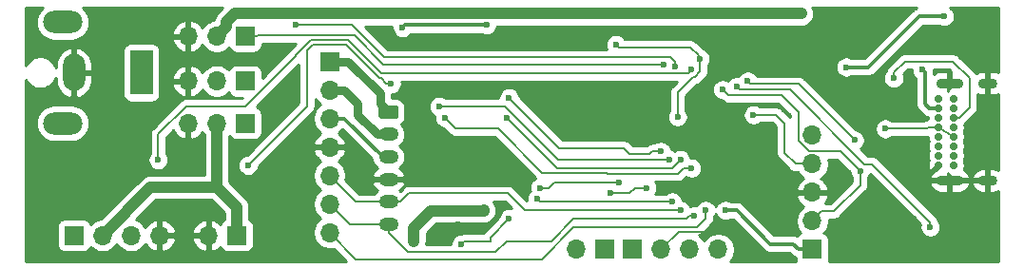
<source format=gbr>
G04 #@! TF.GenerationSoftware,KiCad,Pcbnew,5.1.5-52549c5~84~ubuntu18.04.1*
G04 #@! TF.CreationDate,2020-03-24T02:11:58-07:00*
G04 #@! TF.ProjectId,motor-control,6d6f746f-722d-4636-9f6e-74726f6c2e6b,rev?*
G04 #@! TF.SameCoordinates,Original*
G04 #@! TF.FileFunction,Copper,L2,Bot*
G04 #@! TF.FilePolarity,Positive*
%FSLAX46Y46*%
G04 Gerber Fmt 4.6, Leading zero omitted, Abs format (unit mm)*
G04 Created by KiCad (PCBNEW 5.1.5-52549c5~84~ubuntu18.04.1) date 2020-03-24 02:11:58*
%MOMM*%
%LPD*%
G04 APERTURE LIST*
%ADD10O,1.700000X1.700000*%
%ADD11R,1.700000X1.700000*%
%ADD12O,1.750000X1.200000*%
%ADD13C,0.100000*%
%ADD14O,1.700000X0.900000*%
%ADD15O,2.400000X0.900000*%
%ADD16C,0.700000*%
%ADD17R,2.000000X4.000000*%
%ADD18O,2.000000X3.300000*%
%ADD19O,3.500000X2.000000*%
%ADD20C,0.600000*%
%ADD21C,0.200000*%
%ADD22C,1.000000*%
%ADD23C,0.350000*%
%ADD24C,0.800000*%
%ADD25C,0.254000*%
G04 APERTURE END LIST*
D10*
X170750000Y-62090000D03*
X170750000Y-64630000D03*
X170750000Y-67170000D03*
X170750000Y-69710000D03*
D11*
X170750000Y-72250000D03*
D10*
X149710000Y-72250000D03*
D11*
X152250000Y-72250000D03*
X120250000Y-61000000D03*
D10*
X117710000Y-61000000D03*
X115170000Y-61000000D03*
D12*
X133000000Y-70000000D03*
X133000000Y-68000000D03*
X133000000Y-66000000D03*
X133000000Y-64000000D03*
X133000000Y-62000000D03*
G04 #@! TA.AperFunction,ComponentPad*
D13*
G36*
X133649505Y-59401204D02*
G01*
X133673773Y-59404804D01*
X133697572Y-59410765D01*
X133720671Y-59419030D01*
X133742850Y-59429520D01*
X133763893Y-59442132D01*
X133783599Y-59456747D01*
X133801777Y-59473223D01*
X133818253Y-59491401D01*
X133832868Y-59511107D01*
X133845480Y-59532150D01*
X133855970Y-59554329D01*
X133864235Y-59577428D01*
X133870196Y-59601227D01*
X133873796Y-59625495D01*
X133875000Y-59649999D01*
X133875000Y-60350001D01*
X133873796Y-60374505D01*
X133870196Y-60398773D01*
X133864235Y-60422572D01*
X133855970Y-60445671D01*
X133845480Y-60467850D01*
X133832868Y-60488893D01*
X133818253Y-60508599D01*
X133801777Y-60526777D01*
X133783599Y-60543253D01*
X133763893Y-60557868D01*
X133742850Y-60570480D01*
X133720671Y-60580970D01*
X133697572Y-60589235D01*
X133673773Y-60595196D01*
X133649505Y-60598796D01*
X133625001Y-60600000D01*
X132374999Y-60600000D01*
X132350495Y-60598796D01*
X132326227Y-60595196D01*
X132302428Y-60589235D01*
X132279329Y-60580970D01*
X132257150Y-60570480D01*
X132236107Y-60557868D01*
X132216401Y-60543253D01*
X132198223Y-60526777D01*
X132181747Y-60508599D01*
X132167132Y-60488893D01*
X132154520Y-60467850D01*
X132144030Y-60445671D01*
X132135765Y-60422572D01*
X132129804Y-60398773D01*
X132126204Y-60374505D01*
X132125000Y-60350001D01*
X132125000Y-59649999D01*
X132126204Y-59625495D01*
X132129804Y-59601227D01*
X132135765Y-59577428D01*
X132144030Y-59554329D01*
X132154520Y-59532150D01*
X132167132Y-59511107D01*
X132181747Y-59491401D01*
X132198223Y-59473223D01*
X132216401Y-59456747D01*
X132236107Y-59442132D01*
X132257150Y-59429520D01*
X132279329Y-59419030D01*
X132302428Y-59410765D01*
X132326227Y-59404804D01*
X132350495Y-59401204D01*
X132374999Y-59400000D01*
X133625001Y-59400000D01*
X133649505Y-59401204D01*
G37*
G04 #@! TD.AperFunction*
D14*
X186360000Y-57450000D03*
X186360000Y-66100000D03*
D15*
X182980000Y-57450000D03*
X182980000Y-66100000D03*
D16*
X183350000Y-61350000D03*
X183350000Y-58800000D03*
X183350000Y-59650000D03*
X183350000Y-60500000D03*
X183350000Y-64750000D03*
X183350000Y-63050000D03*
X183350000Y-62200000D03*
X183350000Y-63900000D03*
X182000000Y-58800000D03*
X182000000Y-59650000D03*
X182000000Y-60500000D03*
X182000000Y-61350000D03*
X182000000Y-62200000D03*
X182000000Y-63050000D03*
X182000000Y-63900000D03*
X182000000Y-64750000D03*
D10*
X162370000Y-72250000D03*
X159830000Y-72250000D03*
X157290000Y-72250000D03*
D11*
X154750000Y-72250000D03*
D17*
X111000000Y-56500000D03*
D18*
X105000000Y-56500000D03*
D19*
X104000000Y-52000000D03*
X104000000Y-61000000D03*
D10*
X115170000Y-57250000D03*
X117710000Y-57250000D03*
D11*
X120250000Y-57250000D03*
X120250000Y-53250000D03*
D10*
X117710000Y-53250000D03*
X115170000Y-53250000D03*
D11*
X119500000Y-71000000D03*
D10*
X116960000Y-71000000D03*
D11*
X127750000Y-55500000D03*
D10*
X127750000Y-58040000D03*
X127750000Y-60580000D03*
X127750000Y-63120000D03*
X127750000Y-65660000D03*
X127750000Y-68200000D03*
X127750000Y-70740000D03*
D11*
X105000000Y-71000000D03*
D10*
X107540000Y-71000000D03*
X110080000Y-71000000D03*
X112620000Y-71000000D03*
D20*
X162000000Y-68000000D03*
X180000000Y-60500000D03*
X178000000Y-62500000D03*
X166000000Y-66750000D03*
X167750000Y-72750000D03*
X144500000Y-52750000D03*
X138250000Y-54000000D03*
X139250000Y-69990000D03*
X137250000Y-71000000D03*
X144500000Y-57500000D03*
X157750000Y-53000000D03*
X162250000Y-60250000D03*
X144500000Y-65750000D03*
X170250000Y-57000000D03*
X179750000Y-69500000D03*
X135750000Y-64500000D03*
X135750000Y-65750000D03*
X145250000Y-66500000D03*
X153500000Y-58750000D03*
X156000000Y-57500000D03*
X132500000Y-52750000D03*
X148500000Y-60750000D03*
X142750000Y-62750000D03*
X185750000Y-71500000D03*
X153250000Y-54000000D03*
X158750000Y-60424264D03*
X174500000Y-62500000D03*
X165000000Y-57250000D03*
X160750000Y-55250000D03*
X177250000Y-61500000D03*
X175000000Y-65250000D03*
X162750000Y-58000000D03*
X165500000Y-60250000D03*
X156000000Y-66750000D03*
X152750000Y-67250000D03*
X181250000Y-70250000D03*
X164000000Y-57750000D03*
X169749999Y-51249999D03*
X135250000Y-71500000D03*
X141500000Y-68750000D03*
X180500000Y-56250000D03*
X178000000Y-57000000D03*
X160250000Y-69250000D03*
X159000000Y-68750000D03*
X161250000Y-68750000D03*
X139500000Y-71750000D03*
X143750000Y-69500000D03*
X138000000Y-60500000D03*
X160000000Y-65000000D03*
X143500000Y-60500000D03*
X159000000Y-64250000D03*
X157250000Y-63500000D03*
X143750000Y-58750000D03*
X153500000Y-66250000D03*
X146500000Y-66750000D03*
X158250000Y-68000000D03*
X146250000Y-67750000D03*
X173750000Y-56000000D03*
X182500000Y-51500000D03*
X163000000Y-68750000D03*
X134250000Y-52500000D03*
X141750000Y-52250000D03*
X124750000Y-52250000D03*
X158500000Y-55949999D03*
X157500000Y-55750000D03*
X158000000Y-64250000D03*
X120500000Y-64750000D03*
X137500000Y-59500000D03*
X133250000Y-57500000D03*
X160000000Y-56250000D03*
X112500000Y-64250000D03*
D21*
X158889990Y-70650010D02*
X163650010Y-70650010D01*
X157290000Y-72250000D02*
X158889990Y-70650010D01*
X163650010Y-70650010D02*
X165750000Y-72750000D01*
X165750000Y-72750000D02*
X167750000Y-72750000D01*
X139250000Y-70414264D02*
X138914264Y-70750000D01*
X139250000Y-69990000D02*
X139250000Y-70414264D01*
X138914264Y-70750000D02*
X137500000Y-70750000D01*
X137500000Y-70750000D02*
X137250000Y-71000000D01*
X159888002Y-54250000D02*
X153500000Y-54250000D01*
X153500000Y-54250000D02*
X153250000Y-54000000D01*
X158750000Y-60424264D02*
X158750000Y-60250000D01*
X160600001Y-54961999D02*
X159888002Y-54250000D01*
X174500000Y-62500000D02*
X169500000Y-57500000D01*
X169500000Y-57500000D02*
X165250000Y-57500000D01*
X165250000Y-57500000D02*
X165000000Y-57250000D01*
X160750000Y-55111998D02*
X160600001Y-54961999D01*
X160750000Y-55250000D02*
X160750000Y-55111998D01*
X158750000Y-60424264D02*
X158750000Y-58250000D01*
X160750000Y-55674264D02*
X160750000Y-55250000D01*
X160288001Y-56850001D02*
X160750000Y-56388002D01*
X160750000Y-56388002D02*
X160750000Y-55674264D01*
X160149999Y-56850001D02*
X160288001Y-56850001D01*
X158750000Y-58250000D02*
X160149999Y-56850001D01*
X181850000Y-61500000D02*
X182000000Y-61350000D01*
X182000000Y-61350000D02*
X183350000Y-62200000D01*
X177250000Y-61500000D02*
X181000000Y-61500000D01*
X181150000Y-61350000D02*
X182000000Y-61350000D01*
X181000000Y-61500000D02*
X181150000Y-61350000D01*
X171599999Y-68860001D02*
X172639999Y-68860001D01*
X170750000Y-69710000D02*
X171599999Y-68860001D01*
X172639999Y-68860001D02*
X175000000Y-66500000D01*
X175000000Y-66500000D02*
X175000000Y-65250000D01*
X163250000Y-58500000D02*
X162750000Y-58000000D01*
X173229999Y-63479999D02*
X170437997Y-63479999D01*
X175000000Y-65250000D02*
X173229999Y-63479999D01*
X169500000Y-62542002D02*
X169500000Y-60000000D01*
X170437997Y-63479999D02*
X169500000Y-62542002D01*
X168000000Y-58500000D02*
X163250000Y-58500000D01*
X169500000Y-60000000D02*
X168000000Y-58500000D01*
X165500000Y-60250000D02*
X167500000Y-60250000D01*
X167500000Y-60250000D02*
X168250000Y-61000000D01*
X169547919Y-64630000D02*
X170750000Y-64630000D01*
X168250000Y-63638002D02*
X169241998Y-64630000D01*
X169241998Y-64630000D02*
X169547919Y-64630000D01*
X168250000Y-61000000D02*
X168250000Y-63638002D01*
X156000000Y-66750000D02*
X155000000Y-66750000D01*
X155000000Y-66750000D02*
X154500000Y-67250000D01*
X154500000Y-67250000D02*
X152750000Y-67250000D01*
X164250000Y-58000000D02*
X164000000Y-57750000D01*
X176074263Y-64649999D02*
X175399999Y-64649999D01*
X168750000Y-58000000D02*
X164250000Y-58000000D01*
X181250000Y-69825736D02*
X176074263Y-64649999D01*
X175399999Y-64649999D02*
X168750000Y-58000000D01*
X181250000Y-70250000D02*
X181250000Y-69825736D01*
D22*
X117710000Y-61000000D02*
X117710000Y-66710000D01*
X119500000Y-68500000D02*
X119500000Y-71000000D01*
X117710000Y-66710000D02*
X119500000Y-68500000D01*
X111830000Y-66710000D02*
X117710000Y-66710000D01*
X107540000Y-71000000D02*
X111830000Y-66710000D01*
X119289999Y-51249999D02*
X169749999Y-51249999D01*
X118559999Y-51979999D02*
X119289999Y-51249999D01*
X117710000Y-53250000D02*
X118559999Y-52400001D01*
X118559999Y-52400001D02*
X118559999Y-51979999D01*
X135250000Y-70325736D02*
X135250000Y-71500000D01*
X136775726Y-68800010D02*
X135250000Y-70325736D01*
X141500000Y-68800010D02*
X136775726Y-68800010D01*
X141500000Y-68750000D02*
X141500000Y-68800010D01*
D23*
X182000000Y-59650000D02*
X181505026Y-59650000D01*
X181505026Y-59650000D02*
X181150000Y-59650000D01*
X181150000Y-59650000D02*
X180750000Y-59250000D01*
X180750000Y-59250000D02*
X180750000Y-56500000D01*
X180750000Y-56500000D02*
X180500000Y-56250000D01*
D21*
X183844974Y-60500000D02*
X183350000Y-60500000D01*
X178000000Y-56500000D02*
X179000000Y-55500000D01*
X178000000Y-57000000D02*
X178000000Y-56500000D01*
X184750000Y-57000000D02*
X184750000Y-59594974D01*
X179000000Y-55500000D02*
X183250000Y-55500000D01*
X183250000Y-55500000D02*
X184750000Y-57000000D01*
X184750000Y-59594974D02*
X183844974Y-60500000D01*
D24*
X129040000Y-58040000D02*
X127750000Y-58040000D01*
X130250000Y-59250000D02*
X129040000Y-58040000D01*
X133000000Y-62000000D02*
X132000000Y-62000000D01*
X130250000Y-60250000D02*
X130250000Y-59250000D01*
X132000000Y-62000000D02*
X130250000Y-60250000D01*
X129400000Y-55500000D02*
X132250000Y-58350000D01*
X127750000Y-55500000D02*
X129400000Y-55500000D01*
X132250000Y-59250000D02*
X133000000Y-60000000D01*
X132250000Y-58350000D02*
X132250000Y-59250000D01*
D21*
X133000000Y-70800000D02*
X133000000Y-70000000D01*
X134700000Y-72500000D02*
X133000000Y-70800000D01*
X142500000Y-72500000D02*
X134700000Y-72500000D01*
X160250000Y-69250000D02*
X159825736Y-69250000D01*
X159825736Y-69250000D02*
X159575736Y-69500000D01*
X159575736Y-69500000D02*
X149500000Y-69500000D01*
X149500000Y-69500000D02*
X147500000Y-71500000D01*
X143500000Y-71500000D02*
X142500000Y-72500000D01*
X147500000Y-71500000D02*
X143500000Y-71500000D01*
X129550000Y-70000000D02*
X127750000Y-68200000D01*
X133000000Y-70000000D02*
X129550000Y-70000000D01*
X130090000Y-68000000D02*
X127750000Y-65660000D01*
X133000000Y-68000000D02*
X130090000Y-68000000D01*
X134075000Y-68000000D02*
X134000000Y-68000000D01*
X134825000Y-67250000D02*
X134075000Y-68000000D01*
X134000000Y-68000000D02*
X133000000Y-68000000D01*
X143638002Y-67250000D02*
X134825000Y-67250000D01*
X145138002Y-68750000D02*
X143638002Y-67250000D01*
X159000000Y-68750000D02*
X145138002Y-68750000D01*
X130110001Y-73100001D02*
X127750000Y-70740000D01*
X146649999Y-73100001D02*
X130110001Y-73100001D01*
X149500000Y-70250000D02*
X146649999Y-73100001D01*
X160500000Y-70250000D02*
X149500000Y-70250000D01*
X161250000Y-69500000D02*
X160500000Y-70250000D01*
X161250000Y-69500000D02*
X161250000Y-68750000D01*
X142075736Y-71500000D02*
X139750000Y-71500000D01*
X139750000Y-71500000D02*
X139500000Y-71750000D01*
X142075736Y-71500000D02*
X142075736Y-71424264D01*
X142075736Y-71174264D02*
X143750000Y-69500000D01*
X142075736Y-71500000D02*
X142075736Y-71174264D01*
X139000000Y-61500000D02*
X138000000Y-60500000D01*
X160000000Y-65000000D02*
X159250000Y-65000000D01*
X159250000Y-65000000D02*
X158750000Y-65500000D01*
X152400010Y-65400010D02*
X146650010Y-65400010D01*
X158750000Y-65500000D02*
X152500000Y-65500000D01*
X152500000Y-65500000D02*
X152400010Y-65400010D01*
X142750000Y-61500000D02*
X139000000Y-61500000D01*
X146650010Y-65400010D02*
X142750000Y-61500000D01*
X148000000Y-65000000D02*
X143500000Y-60500000D01*
X148000000Y-65000000D02*
X157500000Y-65000000D01*
X157500000Y-65000000D02*
X158250000Y-65000000D01*
X158250000Y-65000000D02*
X159000000Y-64250000D01*
X154500000Y-63750000D02*
X156250000Y-63750000D01*
X156500000Y-63500000D02*
X157250000Y-63500000D01*
X156250000Y-63750000D02*
X156500000Y-63500000D01*
X143750000Y-58750000D02*
X148200001Y-63200001D01*
X153950001Y-63200001D02*
X154500000Y-63750000D01*
X148200001Y-63200001D02*
X153950001Y-63200001D01*
X153500000Y-66250000D02*
X147750000Y-66250000D01*
X147750000Y-66250000D02*
X147250000Y-66750000D01*
X147250000Y-66750000D02*
X147000000Y-66750000D01*
X147000000Y-66750000D02*
X146500000Y-66750000D01*
X158250000Y-68000000D02*
X147250000Y-68000000D01*
X147250000Y-68000000D02*
X146500000Y-68000000D01*
X146500000Y-68000000D02*
X146250000Y-67750000D01*
D23*
X173750000Y-56000000D02*
X175750000Y-56000000D01*
X175750000Y-56000000D02*
X180250000Y-51500000D01*
X180250000Y-51500000D02*
X182500000Y-51500000D01*
X169550000Y-72250000D02*
X169050000Y-71750000D01*
X170750000Y-72250000D02*
X169550000Y-72250000D01*
X169050000Y-71750000D02*
X167000000Y-71750000D01*
X167000000Y-71750000D02*
X164000000Y-68750000D01*
X164000000Y-68750000D02*
X163000000Y-68750000D01*
X132500000Y-64000000D02*
X133000000Y-64000000D01*
X127750000Y-60580000D02*
X129080000Y-60580000D01*
X129080000Y-60580000D02*
X132500000Y-64000000D01*
X134500000Y-52250000D02*
X134250000Y-52500000D01*
X141750000Y-52250000D02*
X134500000Y-52250000D01*
D21*
X129750000Y-52250000D02*
X132649999Y-55149999D01*
X124750000Y-52250000D02*
X129750000Y-52250000D01*
X158124264Y-55149999D02*
X132649999Y-55149999D01*
X158500000Y-55525735D02*
X158124264Y-55149999D01*
X158500000Y-55949999D02*
X158500000Y-55525735D01*
X121350020Y-53199980D02*
X121300000Y-53250000D01*
X129949980Y-53199980D02*
X121350020Y-53199980D01*
X121300000Y-53250000D02*
X120250000Y-53250000D01*
X132500000Y-55750000D02*
X129949980Y-53199980D01*
X155500000Y-55750000D02*
X157500000Y-55750000D01*
X132500000Y-55750000D02*
X155500000Y-55750000D01*
X125750000Y-54500000D02*
X125750000Y-59500000D01*
X126250000Y-54000000D02*
X125750000Y-54500000D01*
X125750000Y-59500000D02*
X120500000Y-64750000D01*
X158000000Y-64250000D02*
X148750000Y-64250000D01*
X129250000Y-54000000D02*
X126250000Y-54000000D01*
X132200008Y-56950009D02*
X129250000Y-54000000D01*
X148138002Y-64250000D02*
X143388002Y-59500000D01*
X148750000Y-64250000D02*
X148138002Y-64250000D01*
X143388002Y-59500000D02*
X137500000Y-59500000D01*
X132325736Y-57000000D02*
X132250000Y-57000000D01*
X132825736Y-57500000D02*
X132325736Y-57000000D01*
X133250000Y-57500000D02*
X132825736Y-57500000D01*
X132250000Y-57000000D02*
X132200008Y-56950009D01*
X124750000Y-54990002D02*
X120240002Y-59500000D01*
X124750000Y-54934302D02*
X124750000Y-54990002D01*
X114967998Y-59500000D02*
X112500000Y-61967998D01*
X120240002Y-59500000D02*
X114967998Y-59500000D01*
X112500000Y-61967998D02*
X112500000Y-64250000D01*
X125967151Y-53717151D02*
X124750000Y-54934302D01*
X126084310Y-53599992D02*
X125967151Y-53717151D01*
X126084312Y-53599990D02*
X125967151Y-53717151D01*
X129415689Y-53599990D02*
X126084312Y-53599990D01*
X132365697Y-56549999D02*
X129415689Y-53599990D01*
X159700000Y-56550000D02*
X132365697Y-56549999D01*
X160000000Y-56250000D02*
X159700000Y-56550000D01*
D25*
G36*
X102088286Y-50838286D02*
G01*
X101883969Y-51087248D01*
X101732148Y-51371285D01*
X101638657Y-51679484D01*
X101607089Y-52000000D01*
X101638657Y-52320516D01*
X101732148Y-52628715D01*
X101883969Y-52912752D01*
X102088286Y-53161714D01*
X102337248Y-53366031D01*
X102621285Y-53517852D01*
X102929484Y-53611343D01*
X103169678Y-53635000D01*
X104830322Y-53635000D01*
X105070516Y-53611343D01*
X105085192Y-53606891D01*
X113728519Y-53606891D01*
X113825843Y-53881252D01*
X113974822Y-54131355D01*
X114169731Y-54347588D01*
X114403080Y-54521641D01*
X114665901Y-54646825D01*
X114813110Y-54691476D01*
X115043000Y-54570155D01*
X115043000Y-53377000D01*
X113849186Y-53377000D01*
X113728519Y-53606891D01*
X105085192Y-53606891D01*
X105378715Y-53517852D01*
X105662752Y-53366031D01*
X105911714Y-53161714D01*
X106116031Y-52912752D01*
X106126530Y-52893109D01*
X113728519Y-52893109D01*
X113849186Y-53123000D01*
X115043000Y-53123000D01*
X115043000Y-51929845D01*
X114813110Y-51808524D01*
X114665901Y-51853175D01*
X114403080Y-51978359D01*
X114169731Y-52152412D01*
X113974822Y-52368645D01*
X113825843Y-52618748D01*
X113728519Y-52893109D01*
X106126530Y-52893109D01*
X106267852Y-52628715D01*
X106361343Y-52320516D01*
X106392911Y-52000000D01*
X106361343Y-51679484D01*
X106267852Y-51371285D01*
X106116031Y-51087248D01*
X105911714Y-50838286D01*
X105755396Y-50710000D01*
X118224867Y-50710000D01*
X117796859Y-51138008D01*
X117753551Y-51173550D01*
X117611716Y-51346376D01*
X117506323Y-51543552D01*
X117457425Y-51704747D01*
X117441422Y-51757501D01*
X117438224Y-51789967D01*
X117276842Y-51822068D01*
X117006589Y-51934010D01*
X116763368Y-52096525D01*
X116556525Y-52303368D01*
X116434805Y-52485534D01*
X116365178Y-52368645D01*
X116170269Y-52152412D01*
X115936920Y-51978359D01*
X115674099Y-51853175D01*
X115526890Y-51808524D01*
X115297000Y-51929845D01*
X115297000Y-53123000D01*
X115317000Y-53123000D01*
X115317000Y-53377000D01*
X115297000Y-53377000D01*
X115297000Y-54570155D01*
X115526890Y-54691476D01*
X115674099Y-54646825D01*
X115936920Y-54521641D01*
X116170269Y-54347588D01*
X116365178Y-54131355D01*
X116434805Y-54014466D01*
X116556525Y-54196632D01*
X116763368Y-54403475D01*
X117006589Y-54565990D01*
X117276842Y-54677932D01*
X117563740Y-54735000D01*
X117856260Y-54735000D01*
X118143158Y-54677932D01*
X118413411Y-54565990D01*
X118656632Y-54403475D01*
X118788487Y-54271620D01*
X118810498Y-54344180D01*
X118869463Y-54454494D01*
X118948815Y-54551185D01*
X119045506Y-54630537D01*
X119155820Y-54689502D01*
X119275518Y-54725812D01*
X119400000Y-54738072D01*
X121100000Y-54738072D01*
X121224482Y-54725812D01*
X121344180Y-54689502D01*
X121454494Y-54630537D01*
X121551185Y-54551185D01*
X121630537Y-54454494D01*
X121689502Y-54344180D01*
X121725812Y-54224482D01*
X121738072Y-54100000D01*
X121738072Y-53934980D01*
X124709876Y-53934980D01*
X124255808Y-54389048D01*
X124227762Y-54412065D01*
X124135913Y-54523983D01*
X124089225Y-54611330D01*
X121738072Y-56962484D01*
X121738072Y-56400000D01*
X121725812Y-56275518D01*
X121689502Y-56155820D01*
X121630537Y-56045506D01*
X121551185Y-55948815D01*
X121454494Y-55869463D01*
X121344180Y-55810498D01*
X121224482Y-55774188D01*
X121100000Y-55761928D01*
X119400000Y-55761928D01*
X119275518Y-55774188D01*
X119155820Y-55810498D01*
X119045506Y-55869463D01*
X118948815Y-55948815D01*
X118869463Y-56045506D01*
X118810498Y-56155820D01*
X118788487Y-56228380D01*
X118656632Y-56096525D01*
X118413411Y-55934010D01*
X118143158Y-55822068D01*
X117856260Y-55765000D01*
X117563740Y-55765000D01*
X117276842Y-55822068D01*
X117006589Y-55934010D01*
X116763368Y-56096525D01*
X116556525Y-56303368D01*
X116434805Y-56485534D01*
X116365178Y-56368645D01*
X116170269Y-56152412D01*
X115936920Y-55978359D01*
X115674099Y-55853175D01*
X115526890Y-55808524D01*
X115297000Y-55929845D01*
X115297000Y-57123000D01*
X115317000Y-57123000D01*
X115317000Y-57377000D01*
X115297000Y-57377000D01*
X115297000Y-58570155D01*
X115526890Y-58691476D01*
X115674099Y-58646825D01*
X115936920Y-58521641D01*
X116170269Y-58347588D01*
X116365178Y-58131355D01*
X116434805Y-58014466D01*
X116556525Y-58196632D01*
X116763368Y-58403475D01*
X117006589Y-58565990D01*
X117276842Y-58677932D01*
X117563740Y-58735000D01*
X117856260Y-58735000D01*
X118143158Y-58677932D01*
X118413411Y-58565990D01*
X118656632Y-58403475D01*
X118788487Y-58271620D01*
X118810498Y-58344180D01*
X118869463Y-58454494D01*
X118948815Y-58551185D01*
X119045506Y-58630537D01*
X119155820Y-58689502D01*
X119275518Y-58725812D01*
X119400000Y-58738072D01*
X119962484Y-58738072D01*
X119935556Y-58765000D01*
X115004092Y-58765000D01*
X114967997Y-58761445D01*
X114931902Y-58765000D01*
X114931893Y-58765000D01*
X114823913Y-58775635D01*
X114685365Y-58817663D01*
X114557678Y-58885913D01*
X114445760Y-58977762D01*
X114422744Y-59005807D01*
X112005808Y-61422744D01*
X111977762Y-61445761D01*
X111885913Y-61557679D01*
X111817663Y-61685366D01*
X111795661Y-61757898D01*
X111775635Y-61823913D01*
X111761444Y-61967998D01*
X111765000Y-62004103D01*
X111765001Y-63667048D01*
X111671414Y-63807111D01*
X111600932Y-63977271D01*
X111565000Y-64157911D01*
X111565000Y-64342089D01*
X111600932Y-64522729D01*
X111671414Y-64692889D01*
X111773738Y-64846028D01*
X111903972Y-64976262D01*
X112057111Y-65078586D01*
X112227271Y-65149068D01*
X112407911Y-65185000D01*
X112592089Y-65185000D01*
X112772729Y-65149068D01*
X112942889Y-65078586D01*
X113096028Y-64976262D01*
X113226262Y-64846028D01*
X113328586Y-64692889D01*
X113399068Y-64522729D01*
X113435000Y-64342089D01*
X113435000Y-64157911D01*
X113399068Y-63977271D01*
X113328586Y-63807111D01*
X113235000Y-63667049D01*
X113235000Y-62272444D01*
X113844639Y-61662806D01*
X113974822Y-61881355D01*
X114169731Y-62097588D01*
X114403080Y-62271641D01*
X114665901Y-62396825D01*
X114813110Y-62441476D01*
X115043000Y-62320155D01*
X115043000Y-61127000D01*
X115023000Y-61127000D01*
X115023000Y-60873000D01*
X115043000Y-60873000D01*
X115043000Y-60853000D01*
X115297000Y-60853000D01*
X115297000Y-60873000D01*
X115317000Y-60873000D01*
X115317000Y-61127000D01*
X115297000Y-61127000D01*
X115297000Y-62320155D01*
X115526890Y-62441476D01*
X115674099Y-62396825D01*
X115936920Y-62271641D01*
X116170269Y-62097588D01*
X116365178Y-61881355D01*
X116434805Y-61764466D01*
X116556525Y-61946632D01*
X116575000Y-61965107D01*
X116575001Y-65575000D01*
X111885743Y-65575000D01*
X111829999Y-65569510D01*
X111774255Y-65575000D01*
X111774248Y-65575000D01*
X111628493Y-65589356D01*
X111607500Y-65591423D01*
X111557705Y-65606529D01*
X111393553Y-65656324D01*
X111196377Y-65761716D01*
X111023551Y-65903551D01*
X110988009Y-65946859D01*
X107419869Y-69515000D01*
X107393740Y-69515000D01*
X107106842Y-69572068D01*
X106836589Y-69684010D01*
X106593368Y-69846525D01*
X106461513Y-69978380D01*
X106439502Y-69905820D01*
X106380537Y-69795506D01*
X106301185Y-69698815D01*
X106204494Y-69619463D01*
X106094180Y-69560498D01*
X105974482Y-69524188D01*
X105850000Y-69511928D01*
X104150000Y-69511928D01*
X104025518Y-69524188D01*
X103905820Y-69560498D01*
X103795506Y-69619463D01*
X103698815Y-69698815D01*
X103619463Y-69795506D01*
X103560498Y-69905820D01*
X103524188Y-70025518D01*
X103511928Y-70150000D01*
X103511928Y-71850000D01*
X103524188Y-71974482D01*
X103560498Y-72094180D01*
X103619463Y-72204494D01*
X103698815Y-72301185D01*
X103795506Y-72380537D01*
X103905820Y-72439502D01*
X104025518Y-72475812D01*
X104150000Y-72488072D01*
X105850000Y-72488072D01*
X105974482Y-72475812D01*
X106094180Y-72439502D01*
X106204494Y-72380537D01*
X106301185Y-72301185D01*
X106380537Y-72204494D01*
X106439502Y-72094180D01*
X106461513Y-72021620D01*
X106593368Y-72153475D01*
X106836589Y-72315990D01*
X107106842Y-72427932D01*
X107393740Y-72485000D01*
X107686260Y-72485000D01*
X107973158Y-72427932D01*
X108243411Y-72315990D01*
X108486632Y-72153475D01*
X108693475Y-71946632D01*
X108810000Y-71772240D01*
X108926525Y-71946632D01*
X109133368Y-72153475D01*
X109376589Y-72315990D01*
X109646842Y-72427932D01*
X109933740Y-72485000D01*
X110226260Y-72485000D01*
X110513158Y-72427932D01*
X110783411Y-72315990D01*
X111026632Y-72153475D01*
X111233475Y-71946632D01*
X111355195Y-71764466D01*
X111424822Y-71881355D01*
X111619731Y-72097588D01*
X111853080Y-72271641D01*
X112115901Y-72396825D01*
X112263110Y-72441476D01*
X112493000Y-72320155D01*
X112493000Y-71127000D01*
X112747000Y-71127000D01*
X112747000Y-72320155D01*
X112976890Y-72441476D01*
X113124099Y-72396825D01*
X113386920Y-72271641D01*
X113620269Y-72097588D01*
X113815178Y-71881355D01*
X113964157Y-71631252D01*
X114061481Y-71356891D01*
X115518519Y-71356891D01*
X115615843Y-71631252D01*
X115764822Y-71881355D01*
X115959731Y-72097588D01*
X116193080Y-72271641D01*
X116455901Y-72396825D01*
X116603110Y-72441476D01*
X116833000Y-72320155D01*
X116833000Y-71127000D01*
X115639186Y-71127000D01*
X115518519Y-71356891D01*
X114061481Y-71356891D01*
X113940814Y-71127000D01*
X112747000Y-71127000D01*
X112493000Y-71127000D01*
X112473000Y-71127000D01*
X112473000Y-70873000D01*
X112493000Y-70873000D01*
X112493000Y-69679845D01*
X112747000Y-69679845D01*
X112747000Y-70873000D01*
X113940814Y-70873000D01*
X114061481Y-70643109D01*
X115518519Y-70643109D01*
X115639186Y-70873000D01*
X116833000Y-70873000D01*
X116833000Y-69679845D01*
X116603110Y-69558524D01*
X116455901Y-69603175D01*
X116193080Y-69728359D01*
X115959731Y-69902412D01*
X115764822Y-70118645D01*
X115615843Y-70368748D01*
X115518519Y-70643109D01*
X114061481Y-70643109D01*
X113964157Y-70368748D01*
X113815178Y-70118645D01*
X113620269Y-69902412D01*
X113386920Y-69728359D01*
X113124099Y-69603175D01*
X112976890Y-69558524D01*
X112747000Y-69679845D01*
X112493000Y-69679845D01*
X112263110Y-69558524D01*
X112115901Y-69603175D01*
X111853080Y-69728359D01*
X111619731Y-69902412D01*
X111424822Y-70118645D01*
X111355195Y-70235534D01*
X111233475Y-70053368D01*
X111026632Y-69846525D01*
X110783411Y-69684010D01*
X110555518Y-69589614D01*
X112300132Y-67845000D01*
X117239869Y-67845000D01*
X118365000Y-68970132D01*
X118365000Y-69582317D01*
X118295506Y-69619463D01*
X118198815Y-69698815D01*
X118119463Y-69795506D01*
X118060498Y-69905820D01*
X118036034Y-69986466D01*
X117960269Y-69902412D01*
X117726920Y-69728359D01*
X117464099Y-69603175D01*
X117316890Y-69558524D01*
X117087000Y-69679845D01*
X117087000Y-70873000D01*
X117107000Y-70873000D01*
X117107000Y-71127000D01*
X117087000Y-71127000D01*
X117087000Y-72320155D01*
X117316890Y-72441476D01*
X117464099Y-72396825D01*
X117726920Y-72271641D01*
X117960269Y-72097588D01*
X118036034Y-72013534D01*
X118060498Y-72094180D01*
X118119463Y-72204494D01*
X118198815Y-72301185D01*
X118295506Y-72380537D01*
X118405820Y-72439502D01*
X118525518Y-72475812D01*
X118650000Y-72488072D01*
X120350000Y-72488072D01*
X120474482Y-72475812D01*
X120594180Y-72439502D01*
X120704494Y-72380537D01*
X120801185Y-72301185D01*
X120880537Y-72204494D01*
X120939502Y-72094180D01*
X120975812Y-71974482D01*
X120988072Y-71850000D01*
X120988072Y-70150000D01*
X120975812Y-70025518D01*
X120939502Y-69905820D01*
X120880537Y-69795506D01*
X120801185Y-69698815D01*
X120704494Y-69619463D01*
X120635000Y-69582317D01*
X120635000Y-68555741D01*
X120640490Y-68499999D01*
X120635000Y-68444257D01*
X120635000Y-68444248D01*
X120618577Y-68277501D01*
X120553676Y-68063553D01*
X120448284Y-67866377D01*
X120306449Y-67693551D01*
X120263140Y-67658009D01*
X118845000Y-66239869D01*
X118845000Y-62158728D01*
X118869463Y-62204494D01*
X118948815Y-62301185D01*
X119045506Y-62380537D01*
X119155820Y-62439502D01*
X119275518Y-62475812D01*
X119400000Y-62488072D01*
X121100000Y-62488072D01*
X121224482Y-62475812D01*
X121344180Y-62439502D01*
X121454494Y-62380537D01*
X121551185Y-62301185D01*
X121630537Y-62204494D01*
X121689502Y-62094180D01*
X121725812Y-61974482D01*
X121738072Y-61850000D01*
X121738072Y-60150000D01*
X121725812Y-60025518D01*
X121689502Y-59905820D01*
X121630537Y-59795506D01*
X121551185Y-59698815D01*
X121454494Y-59619463D01*
X121344180Y-59560498D01*
X121248097Y-59531351D01*
X125015000Y-55764449D01*
X125015001Y-59195552D01*
X120392486Y-63818068D01*
X120227271Y-63850932D01*
X120057111Y-63921414D01*
X119903972Y-64023738D01*
X119773738Y-64153972D01*
X119671414Y-64307111D01*
X119600932Y-64477271D01*
X119565000Y-64657911D01*
X119565000Y-64842089D01*
X119600932Y-65022729D01*
X119671414Y-65192889D01*
X119773738Y-65346028D01*
X119903972Y-65476262D01*
X120057111Y-65578586D01*
X120227271Y-65649068D01*
X120407911Y-65685000D01*
X120592089Y-65685000D01*
X120772729Y-65649068D01*
X120942889Y-65578586D01*
X121096028Y-65476262D01*
X121226262Y-65346028D01*
X121328586Y-65192889D01*
X121399068Y-65022729D01*
X121431932Y-64857514D01*
X126244194Y-60045253D01*
X126272238Y-60022238D01*
X126364087Y-59910320D01*
X126432337Y-59782633D01*
X126474365Y-59644085D01*
X126485000Y-59536105D01*
X126485000Y-59536096D01*
X126488555Y-59500001D01*
X126485000Y-59463906D01*
X126485000Y-58819723D01*
X126596525Y-58986632D01*
X126803368Y-59193475D01*
X126977760Y-59310000D01*
X126803368Y-59426525D01*
X126596525Y-59633368D01*
X126434010Y-59876589D01*
X126322068Y-60146842D01*
X126265000Y-60433740D01*
X126265000Y-60726260D01*
X126322068Y-61013158D01*
X126434010Y-61283411D01*
X126596525Y-61526632D01*
X126803368Y-61733475D01*
X126985534Y-61855195D01*
X126868645Y-61924822D01*
X126652412Y-62119731D01*
X126478359Y-62353080D01*
X126353175Y-62615901D01*
X126308524Y-62763110D01*
X126429845Y-62993000D01*
X127623000Y-62993000D01*
X127623000Y-62973000D01*
X127877000Y-62973000D01*
X127877000Y-62993000D01*
X129070155Y-62993000D01*
X129191476Y-62763110D01*
X129146825Y-62615901D01*
X129021641Y-62353080D01*
X128847588Y-62119731D01*
X128631355Y-61924822D01*
X128514466Y-61855195D01*
X128696632Y-61733475D01*
X128892297Y-61537810D01*
X131498177Y-64143690D01*
X131507870Y-64242102D01*
X131578489Y-64474901D01*
X131693167Y-64689449D01*
X131847498Y-64877502D01*
X131997348Y-65000481D01*
X131933275Y-65043693D01*
X131761922Y-65216526D01*
X131627579Y-65419467D01*
X131535409Y-65644718D01*
X131531538Y-65682391D01*
X131656269Y-65873000D01*
X132873000Y-65873000D01*
X132873000Y-65853000D01*
X133127000Y-65853000D01*
X133127000Y-65873000D01*
X134343731Y-65873000D01*
X134468462Y-65682391D01*
X134464591Y-65644718D01*
X134372421Y-65419467D01*
X134238078Y-65216526D01*
X134066725Y-65043693D01*
X134002652Y-65000481D01*
X134152502Y-64877502D01*
X134306833Y-64689449D01*
X134421511Y-64474901D01*
X134492130Y-64242102D01*
X134515975Y-64000000D01*
X134492130Y-63757898D01*
X134421511Y-63525099D01*
X134306833Y-63310551D01*
X134152502Y-63122498D01*
X134003238Y-63000000D01*
X134152502Y-62877502D01*
X134306833Y-62689449D01*
X134421511Y-62474901D01*
X134492130Y-62242102D01*
X134515975Y-62000000D01*
X134492130Y-61757898D01*
X134421511Y-61525099D01*
X134306833Y-61310551D01*
X134152502Y-61122498D01*
X134113889Y-61090809D01*
X134118387Y-61088405D01*
X134252962Y-60977962D01*
X134363405Y-60843387D01*
X134445472Y-60689851D01*
X134496008Y-60523255D01*
X134513072Y-60350001D01*
X134513072Y-59649999D01*
X134496008Y-59476745D01*
X134445472Y-59310149D01*
X134363405Y-59156613D01*
X134252962Y-59022038D01*
X134118387Y-58911595D01*
X133964851Y-58829528D01*
X133798255Y-58778992D01*
X133625001Y-58761928D01*
X133285000Y-58761928D01*
X133285000Y-58435000D01*
X133342089Y-58435000D01*
X133522729Y-58399068D01*
X133692889Y-58328586D01*
X133846028Y-58226262D01*
X133976262Y-58096028D01*
X134078586Y-57942889D01*
X134149068Y-57772729D01*
X134185000Y-57592089D01*
X134185000Y-57407911D01*
X134160551Y-57284998D01*
X158675554Y-57285000D01*
X158255808Y-57704746D01*
X158227763Y-57727762D01*
X158135914Y-57839680D01*
X158080748Y-57942889D01*
X158067664Y-57967367D01*
X158025635Y-58105915D01*
X158011444Y-58250000D01*
X158015001Y-58286115D01*
X158015000Y-59841313D01*
X157921414Y-59981375D01*
X157850932Y-60151535D01*
X157815000Y-60332175D01*
X157815000Y-60516353D01*
X157850932Y-60696993D01*
X157921414Y-60867153D01*
X158023738Y-61020292D01*
X158153972Y-61150526D01*
X158307111Y-61252850D01*
X158477271Y-61323332D01*
X158657911Y-61359264D01*
X158842089Y-61359264D01*
X159022729Y-61323332D01*
X159192889Y-61252850D01*
X159346028Y-61150526D01*
X159476262Y-61020292D01*
X159578586Y-60867153D01*
X159649068Y-60696993D01*
X159685000Y-60516353D01*
X159685000Y-60332175D01*
X159649068Y-60151535D01*
X159578586Y-59981375D01*
X159485000Y-59841313D01*
X159485000Y-58554446D01*
X160479448Y-57559999D01*
X160570634Y-57532338D01*
X160698321Y-57464088D01*
X160810239Y-57372239D01*
X160833260Y-57344188D01*
X161244192Y-56933256D01*
X161272237Y-56910240D01*
X161364087Y-56798322D01*
X161432337Y-56670635D01*
X161474365Y-56532087D01*
X161485000Y-56424107D01*
X161485000Y-56424098D01*
X161488555Y-56388003D01*
X161485000Y-56351908D01*
X161485000Y-55832951D01*
X161578586Y-55692889D01*
X161649068Y-55522729D01*
X161685000Y-55342089D01*
X161685000Y-55157911D01*
X161649068Y-54977271D01*
X161578586Y-54807111D01*
X161476262Y-54653972D01*
X161346028Y-54523738D01*
X161192889Y-54421414D01*
X161032377Y-54354928D01*
X160433260Y-53755812D01*
X160410240Y-53727762D01*
X160298322Y-53635913D01*
X160170635Y-53567663D01*
X160032087Y-53525635D01*
X159924107Y-53515000D01*
X159888002Y-53511444D01*
X159851897Y-53515000D01*
X154050448Y-53515000D01*
X153976262Y-53403972D01*
X153846028Y-53273738D01*
X153692889Y-53171414D01*
X153522729Y-53100932D01*
X153342089Y-53065000D01*
X153157911Y-53065000D01*
X152977271Y-53100932D01*
X152807111Y-53171414D01*
X152653972Y-53273738D01*
X152523738Y-53403972D01*
X152421414Y-53557111D01*
X152350932Y-53727271D01*
X152315000Y-53907911D01*
X152315000Y-54092089D01*
X152350932Y-54272729D01*
X152409862Y-54414999D01*
X132954446Y-54414999D01*
X130924445Y-52384999D01*
X133319558Y-52384999D01*
X133315000Y-52407911D01*
X133315000Y-52592089D01*
X133350932Y-52772729D01*
X133421414Y-52942889D01*
X133523738Y-53096028D01*
X133653972Y-53226262D01*
X133807111Y-53328586D01*
X133977271Y-53399068D01*
X134157911Y-53435000D01*
X134342089Y-53435000D01*
X134522729Y-53399068D01*
X134692889Y-53328586D01*
X134846028Y-53226262D01*
X134976262Y-53096028D01*
X135000335Y-53060000D01*
X141279295Y-53060000D01*
X141307111Y-53078586D01*
X141477271Y-53149068D01*
X141657911Y-53185000D01*
X141842089Y-53185000D01*
X142022729Y-53149068D01*
X142192889Y-53078586D01*
X142346028Y-52976262D01*
X142476262Y-52846028D01*
X142578586Y-52692889D01*
X142649068Y-52522729D01*
X142676465Y-52384999D01*
X169805751Y-52384999D01*
X169972498Y-52368576D01*
X170186446Y-52303675D01*
X170383622Y-52198283D01*
X170556448Y-52056448D01*
X170698283Y-51883622D01*
X170803675Y-51686446D01*
X170868576Y-51472498D01*
X170890490Y-51249999D01*
X170868576Y-51027500D01*
X170803675Y-50813552D01*
X170748326Y-50710000D01*
X180063917Y-50710000D01*
X179938527Y-50748037D01*
X179890444Y-50773738D01*
X179797810Y-50823251D01*
X179751299Y-50861422D01*
X179674472Y-50924472D01*
X179649105Y-50955382D01*
X175414488Y-55190000D01*
X174220705Y-55190000D01*
X174192889Y-55171414D01*
X174022729Y-55100932D01*
X173842089Y-55065000D01*
X173657911Y-55065000D01*
X173477271Y-55100932D01*
X173307111Y-55171414D01*
X173153972Y-55273738D01*
X173023738Y-55403972D01*
X172921414Y-55557111D01*
X172850932Y-55727271D01*
X172815000Y-55907911D01*
X172815000Y-56092089D01*
X172850932Y-56272729D01*
X172921414Y-56442889D01*
X173023738Y-56596028D01*
X173153972Y-56726262D01*
X173307111Y-56828586D01*
X173477271Y-56899068D01*
X173657911Y-56935000D01*
X173842089Y-56935000D01*
X174022729Y-56899068D01*
X174192889Y-56828586D01*
X174220705Y-56810000D01*
X175710212Y-56810000D01*
X175750000Y-56813919D01*
X175789788Y-56810000D01*
X175789791Y-56810000D01*
X175908788Y-56798280D01*
X176061473Y-56751963D01*
X176202189Y-56676749D01*
X176325528Y-56575528D01*
X176350900Y-56544612D01*
X180585513Y-52310000D01*
X182029295Y-52310000D01*
X182057111Y-52328586D01*
X182227271Y-52399068D01*
X182407911Y-52435000D01*
X182592089Y-52435000D01*
X182772729Y-52399068D01*
X182942889Y-52328586D01*
X183096028Y-52226262D01*
X183226262Y-52096028D01*
X183328586Y-51942889D01*
X183399068Y-51772729D01*
X183435000Y-51592089D01*
X183435000Y-51407911D01*
X183399068Y-51227271D01*
X183328586Y-51057111D01*
X183226262Y-50903972D01*
X183096028Y-50773738D01*
X183000637Y-50710000D01*
X187290000Y-50710000D01*
X187290000Y-56495082D01*
X187096233Y-56410624D01*
X186887000Y-56365000D01*
X186487000Y-56365000D01*
X186487000Y-57323000D01*
X186507000Y-57323000D01*
X186507000Y-57577000D01*
X186487000Y-57577000D01*
X186487000Y-58535000D01*
X186887000Y-58535000D01*
X187096233Y-58489376D01*
X187290000Y-58404918D01*
X187290001Y-65145082D01*
X187096233Y-65060624D01*
X186887000Y-65015000D01*
X186487000Y-65015000D01*
X186487000Y-65973000D01*
X186507000Y-65973000D01*
X186507000Y-66227000D01*
X186487000Y-66227000D01*
X186487000Y-67185000D01*
X186887000Y-67185000D01*
X187096233Y-67139376D01*
X187290001Y-67054918D01*
X187290001Y-73290000D01*
X172205937Y-73290000D01*
X172225812Y-73224482D01*
X172238072Y-73100000D01*
X172238072Y-71400000D01*
X172225812Y-71275518D01*
X172189502Y-71155820D01*
X172130537Y-71045506D01*
X172051185Y-70948815D01*
X171954494Y-70869463D01*
X171844180Y-70810498D01*
X171771620Y-70788487D01*
X171903475Y-70656632D01*
X172065990Y-70413411D01*
X172177932Y-70143158D01*
X172235000Y-69856260D01*
X172235000Y-69595001D01*
X172603894Y-69595001D01*
X172639999Y-69598557D01*
X172676104Y-69595001D01*
X172784084Y-69584366D01*
X172922632Y-69542338D01*
X173050319Y-69474088D01*
X173162237Y-69382239D01*
X173185258Y-69354189D01*
X175494197Y-67045250D01*
X175522237Y-67022238D01*
X175545250Y-66994197D01*
X175545253Y-66994194D01*
X175614086Y-66910321D01*
X175614087Y-66910320D01*
X175682337Y-66782633D01*
X175724365Y-66644085D01*
X175735000Y-66536105D01*
X175735000Y-66536096D01*
X175738555Y-66500001D01*
X175735000Y-66463906D01*
X175735000Y-65832951D01*
X175828586Y-65692889D01*
X175899068Y-65522729D01*
X175900475Y-65515657D01*
X180354200Y-69969382D01*
X180350932Y-69977271D01*
X180315000Y-70157911D01*
X180315000Y-70342089D01*
X180350932Y-70522729D01*
X180421414Y-70692889D01*
X180523738Y-70846028D01*
X180653972Y-70976262D01*
X180807111Y-71078586D01*
X180977271Y-71149068D01*
X181157911Y-71185000D01*
X181342089Y-71185000D01*
X181522729Y-71149068D01*
X181692889Y-71078586D01*
X181846028Y-70976262D01*
X181976262Y-70846028D01*
X182078586Y-70692889D01*
X182149068Y-70522729D01*
X182185000Y-70342089D01*
X182185000Y-70157911D01*
X182149068Y-69977271D01*
X182078586Y-69807111D01*
X181976262Y-69653972D01*
X181961487Y-69639197D01*
X181932337Y-69543103D01*
X181864087Y-69415416D01*
X181772238Y-69303498D01*
X181744193Y-69280482D01*
X178857712Y-66394001D01*
X181185592Y-66394001D01*
X181257298Y-66597197D01*
X181372986Y-66777408D01*
X181521609Y-66931587D01*
X181697455Y-67053809D01*
X181893767Y-67139376D01*
X182103000Y-67185000D01*
X182853000Y-67185000D01*
X182853000Y-66227000D01*
X183107000Y-66227000D01*
X183107000Y-67185000D01*
X183857000Y-67185000D01*
X184066233Y-67139376D01*
X184262545Y-67053809D01*
X184438391Y-66931587D01*
X184587014Y-66777408D01*
X184702702Y-66597197D01*
X184774408Y-66394001D01*
X184915592Y-66394001D01*
X184987298Y-66597197D01*
X185102986Y-66777408D01*
X185251609Y-66931587D01*
X185427455Y-67053809D01*
X185623767Y-67139376D01*
X185833000Y-67185000D01*
X186233000Y-67185000D01*
X186233000Y-66227000D01*
X185042498Y-66227000D01*
X184915592Y-66394001D01*
X184774408Y-66394001D01*
X184647502Y-66227000D01*
X183107000Y-66227000D01*
X182853000Y-66227000D01*
X181312498Y-66227000D01*
X181185592Y-66394001D01*
X178857712Y-66394001D01*
X176619522Y-64155812D01*
X176596501Y-64127761D01*
X176484583Y-64035912D01*
X176356896Y-63967662D01*
X176218348Y-63925634D01*
X176110368Y-63914999D01*
X176074263Y-63911443D01*
X176038158Y-63914999D01*
X175704446Y-63914999D01*
X175047880Y-63258433D01*
X175096028Y-63226262D01*
X175226262Y-63096028D01*
X175328586Y-62942889D01*
X175399068Y-62772729D01*
X175435000Y-62592089D01*
X175435000Y-62407911D01*
X175399068Y-62227271D01*
X175328586Y-62057111D01*
X175226262Y-61903972D01*
X175096028Y-61773738D01*
X174942889Y-61671414D01*
X174772729Y-61600932D01*
X174607515Y-61568069D01*
X174447357Y-61407911D01*
X176315000Y-61407911D01*
X176315000Y-61592089D01*
X176350932Y-61772729D01*
X176421414Y-61942889D01*
X176523738Y-62096028D01*
X176653972Y-62226262D01*
X176807111Y-62328586D01*
X176977271Y-62399068D01*
X177157911Y-62435000D01*
X177342089Y-62435000D01*
X177522729Y-62399068D01*
X177692889Y-62328586D01*
X177832951Y-62235000D01*
X180963895Y-62235000D01*
X181000000Y-62238556D01*
X181015000Y-62237079D01*
X181015000Y-62297014D01*
X181052853Y-62487314D01*
X181109884Y-62625000D01*
X181052853Y-62762686D01*
X181015000Y-62952986D01*
X181015000Y-63147014D01*
X181052853Y-63337314D01*
X181109884Y-63475000D01*
X181052853Y-63612686D01*
X181015000Y-63802986D01*
X181015000Y-63997014D01*
X181052853Y-64187314D01*
X181110109Y-64325542D01*
X181055411Y-64454384D01*
X181015890Y-64644344D01*
X181014187Y-64838364D01*
X181050368Y-65028989D01*
X181123043Y-65208893D01*
X181131233Y-65224216D01*
X181329483Y-65240912D01*
X181721496Y-64848899D01*
X181902986Y-64885000D01*
X182072890Y-64885000D01*
X182014143Y-64943748D01*
X182000000Y-64929605D01*
X181849830Y-65079775D01*
X181697455Y-65146191D01*
X181521609Y-65268413D01*
X181372986Y-65422592D01*
X181257298Y-65602803D01*
X181185592Y-65805999D01*
X181312498Y-65973000D01*
X182853000Y-65973000D01*
X182853000Y-65426608D01*
X182859088Y-65420520D01*
X182875784Y-65618767D01*
X183054384Y-65694589D01*
X183107000Y-65705536D01*
X183107000Y-65973000D01*
X184647502Y-65973000D01*
X184774408Y-65805999D01*
X184915592Y-65805999D01*
X185042498Y-65973000D01*
X186233000Y-65973000D01*
X186233000Y-65015000D01*
X185833000Y-65015000D01*
X185623767Y-65060624D01*
X185427455Y-65146191D01*
X185251609Y-65268413D01*
X185102986Y-65422592D01*
X184987298Y-65602803D01*
X184915592Y-65805999D01*
X184774408Y-65805999D01*
X184702702Y-65602803D01*
X184587014Y-65422592D01*
X184438391Y-65268413D01*
X184262545Y-65146191D01*
X184253555Y-65142272D01*
X184294589Y-65045616D01*
X184334110Y-64855656D01*
X184335813Y-64661636D01*
X184299632Y-64471011D01*
X184240385Y-64324349D01*
X184297147Y-64187314D01*
X184335000Y-63997014D01*
X184335000Y-63802986D01*
X184297147Y-63612686D01*
X184240116Y-63475000D01*
X184297147Y-63337314D01*
X184335000Y-63147014D01*
X184335000Y-62952986D01*
X184297147Y-62762686D01*
X184240116Y-62625000D01*
X184297147Y-62487314D01*
X184335000Y-62297014D01*
X184335000Y-62102986D01*
X184297147Y-61912686D01*
X184240116Y-61775000D01*
X184297147Y-61637314D01*
X184335000Y-61447014D01*
X184335000Y-61252986D01*
X184300063Y-61077346D01*
X184367212Y-61022238D01*
X184390232Y-60994188D01*
X185244193Y-60140228D01*
X185272238Y-60117212D01*
X185364087Y-60005294D01*
X185432337Y-59877607D01*
X185471952Y-59747014D01*
X185474365Y-59739060D01*
X185488556Y-59594975D01*
X185485000Y-59558870D01*
X185485000Y-58428891D01*
X185623767Y-58489376D01*
X185833000Y-58535000D01*
X186233000Y-58535000D01*
X186233000Y-57577000D01*
X186213000Y-57577000D01*
X186213000Y-57323000D01*
X186233000Y-57323000D01*
X186233000Y-56365000D01*
X185833000Y-56365000D01*
X185623767Y-56410624D01*
X185427455Y-56496191D01*
X185338247Y-56558195D01*
X185337358Y-56557111D01*
X185295253Y-56505806D01*
X185295249Y-56505802D01*
X185272237Y-56477762D01*
X185244197Y-56454750D01*
X183795258Y-55005812D01*
X183772238Y-54977762D01*
X183660320Y-54885913D01*
X183532633Y-54817663D01*
X183394085Y-54775635D01*
X183286105Y-54765000D01*
X183250000Y-54761444D01*
X183213895Y-54765000D01*
X179036105Y-54765000D01*
X179000000Y-54761444D01*
X178855915Y-54775635D01*
X178717366Y-54817663D01*
X178624381Y-54867365D01*
X178589680Y-54885913D01*
X178477762Y-54977762D01*
X178454746Y-55005807D01*
X177505808Y-55954746D01*
X177477763Y-55977762D01*
X177385913Y-56089680D01*
X177317663Y-56217367D01*
X177280095Y-56341212D01*
X177275635Y-56355915D01*
X177270412Y-56408950D01*
X177171414Y-56557111D01*
X177100932Y-56727271D01*
X177065000Y-56907911D01*
X177065000Y-57092089D01*
X177100932Y-57272729D01*
X177171414Y-57442889D01*
X177273738Y-57596028D01*
X177403972Y-57726262D01*
X177557111Y-57828586D01*
X177727271Y-57899068D01*
X177907911Y-57935000D01*
X178092089Y-57935000D01*
X178272729Y-57899068D01*
X178442889Y-57828586D01*
X178596028Y-57726262D01*
X178726262Y-57596028D01*
X178828586Y-57442889D01*
X178899068Y-57272729D01*
X178935000Y-57092089D01*
X178935000Y-56907911D01*
X178899068Y-56727271D01*
X178873618Y-56665828D01*
X179304447Y-56235000D01*
X179565000Y-56235000D01*
X179565000Y-56342089D01*
X179600932Y-56522729D01*
X179671414Y-56692889D01*
X179773738Y-56846028D01*
X179903972Y-56976262D01*
X179940001Y-57000336D01*
X179940000Y-59210212D01*
X179936081Y-59250000D01*
X179940000Y-59289788D01*
X179940000Y-59289790D01*
X179951720Y-59408787D01*
X179998037Y-59561472D01*
X180019129Y-59600932D01*
X180073251Y-59702189D01*
X180100097Y-59734901D01*
X180174472Y-59825528D01*
X180205388Y-59850900D01*
X180549100Y-60194612D01*
X180574472Y-60225528D01*
X180697811Y-60326749D01*
X180838527Y-60401963D01*
X180991212Y-60448280D01*
X181015000Y-60450623D01*
X181015000Y-60597014D01*
X181020409Y-60624207D01*
X181005914Y-60625635D01*
X180975043Y-60635000D01*
X180867367Y-60667663D01*
X180739680Y-60735913D01*
X180704237Y-60765000D01*
X177832951Y-60765000D01*
X177692889Y-60671414D01*
X177522729Y-60600932D01*
X177342089Y-60565000D01*
X177157911Y-60565000D01*
X176977271Y-60600932D01*
X176807111Y-60671414D01*
X176653972Y-60773738D01*
X176523738Y-60903972D01*
X176421414Y-61057111D01*
X176350932Y-61227271D01*
X176315000Y-61407911D01*
X174447357Y-61407911D01*
X170045259Y-57005813D01*
X170022238Y-56977762D01*
X169910320Y-56885913D01*
X169782633Y-56817663D01*
X169644085Y-56775635D01*
X169536105Y-56765000D01*
X169500000Y-56761444D01*
X169463895Y-56765000D01*
X165800448Y-56765000D01*
X165726262Y-56653972D01*
X165596028Y-56523738D01*
X165442889Y-56421414D01*
X165272729Y-56350932D01*
X165092089Y-56315000D01*
X164907911Y-56315000D01*
X164727271Y-56350932D01*
X164557111Y-56421414D01*
X164403972Y-56523738D01*
X164273738Y-56653972D01*
X164171414Y-56807111D01*
X164162357Y-56828977D01*
X164092089Y-56815000D01*
X163907911Y-56815000D01*
X163727271Y-56850932D01*
X163557111Y-56921414D01*
X163403972Y-57023738D01*
X163273738Y-57153972D01*
X163240726Y-57203378D01*
X163192889Y-57171414D01*
X163022729Y-57100932D01*
X162842089Y-57065000D01*
X162657911Y-57065000D01*
X162477271Y-57100932D01*
X162307111Y-57171414D01*
X162153972Y-57273738D01*
X162023738Y-57403972D01*
X161921414Y-57557111D01*
X161850932Y-57727271D01*
X161815000Y-57907911D01*
X161815000Y-58092089D01*
X161850932Y-58272729D01*
X161921414Y-58442889D01*
X162023738Y-58596028D01*
X162153972Y-58726262D01*
X162307111Y-58828586D01*
X162477271Y-58899068D01*
X162642485Y-58931931D01*
X162704746Y-58994192D01*
X162727762Y-59022238D01*
X162839680Y-59114087D01*
X162967367Y-59182337D01*
X163074166Y-59214734D01*
X163105915Y-59224365D01*
X163250000Y-59238556D01*
X163286105Y-59235000D01*
X167695554Y-59235000D01*
X168765001Y-60304448D01*
X168765001Y-60471823D01*
X168744197Y-60454750D01*
X168045258Y-59755812D01*
X168022238Y-59727762D01*
X167910320Y-59635913D01*
X167782633Y-59567663D01*
X167644085Y-59525635D01*
X167536105Y-59515000D01*
X167500000Y-59511444D01*
X167463895Y-59515000D01*
X166082951Y-59515000D01*
X165942889Y-59421414D01*
X165772729Y-59350932D01*
X165592089Y-59315000D01*
X165407911Y-59315000D01*
X165227271Y-59350932D01*
X165057111Y-59421414D01*
X164903972Y-59523738D01*
X164773738Y-59653972D01*
X164671414Y-59807111D01*
X164600932Y-59977271D01*
X164565000Y-60157911D01*
X164565000Y-60342089D01*
X164600932Y-60522729D01*
X164671414Y-60692889D01*
X164773738Y-60846028D01*
X164903972Y-60976262D01*
X165057111Y-61078586D01*
X165227271Y-61149068D01*
X165407911Y-61185000D01*
X165592089Y-61185000D01*
X165772729Y-61149068D01*
X165942889Y-61078586D01*
X166082951Y-60985000D01*
X167195554Y-60985000D01*
X167515000Y-61304447D01*
X167515001Y-63601887D01*
X167511444Y-63638002D01*
X167525635Y-63782087D01*
X167558467Y-63890318D01*
X167567664Y-63920635D01*
X167635914Y-64048322D01*
X167727763Y-64160240D01*
X167755808Y-64183256D01*
X168696744Y-65124193D01*
X168719760Y-65152238D01*
X168831678Y-65244087D01*
X168959365Y-65312337D01*
X169028837Y-65333411D01*
X169097912Y-65354365D01*
X169241997Y-65368556D01*
X169278102Y-65365000D01*
X169455117Y-65365000D01*
X169596525Y-65576632D01*
X169803368Y-65783475D01*
X169985534Y-65905195D01*
X169868645Y-65974822D01*
X169652412Y-66169731D01*
X169478359Y-66403080D01*
X169353175Y-66665901D01*
X169308524Y-66813110D01*
X169429845Y-67043000D01*
X170623000Y-67043000D01*
X170623000Y-67023000D01*
X170877000Y-67023000D01*
X170877000Y-67043000D01*
X172070155Y-67043000D01*
X172191476Y-66813110D01*
X172146825Y-66665901D01*
X172021641Y-66403080D01*
X171847588Y-66169731D01*
X171631355Y-65974822D01*
X171514466Y-65905195D01*
X171696632Y-65783475D01*
X171903475Y-65576632D01*
X172065990Y-65333411D01*
X172177932Y-65063158D01*
X172235000Y-64776260D01*
X172235000Y-64483740D01*
X172181544Y-64214999D01*
X172925553Y-64214999D01*
X174068069Y-65357515D01*
X174100932Y-65522729D01*
X174171414Y-65692889D01*
X174265001Y-65832951D01*
X174265000Y-66195553D01*
X172335553Y-68125001D01*
X171881353Y-68125001D01*
X172021641Y-67936920D01*
X172146825Y-67674099D01*
X172191476Y-67526890D01*
X172070155Y-67297000D01*
X170877000Y-67297000D01*
X170877000Y-67317000D01*
X170623000Y-67317000D01*
X170623000Y-67297000D01*
X169429845Y-67297000D01*
X169308524Y-67526890D01*
X169353175Y-67674099D01*
X169478359Y-67936920D01*
X169652412Y-68170269D01*
X169868645Y-68365178D01*
X169985534Y-68434805D01*
X169803368Y-68556525D01*
X169596525Y-68763368D01*
X169434010Y-69006589D01*
X169322068Y-69276842D01*
X169265000Y-69563740D01*
X169265000Y-69856260D01*
X169322068Y-70143158D01*
X169434010Y-70413411D01*
X169596525Y-70656632D01*
X169728380Y-70788487D01*
X169655820Y-70810498D01*
X169545506Y-70869463D01*
X169448815Y-70948815D01*
X169394105Y-71015479D01*
X169361473Y-70998037D01*
X169208788Y-70951720D01*
X169089791Y-70940000D01*
X169089788Y-70940000D01*
X169050000Y-70936081D01*
X169010212Y-70940000D01*
X167335513Y-70940000D01*
X164600900Y-68205388D01*
X164575528Y-68174472D01*
X164452189Y-68073251D01*
X164311473Y-67998037D01*
X164158788Y-67951720D01*
X164039791Y-67940000D01*
X164039788Y-67940000D01*
X164000000Y-67936081D01*
X163960212Y-67940000D01*
X163470705Y-67940000D01*
X163442889Y-67921414D01*
X163272729Y-67850932D01*
X163092089Y-67815000D01*
X162907911Y-67815000D01*
X162727271Y-67850932D01*
X162557111Y-67921414D01*
X162403972Y-68023738D01*
X162273738Y-68153972D01*
X162171414Y-68307111D01*
X162125000Y-68419165D01*
X162078586Y-68307111D01*
X161976262Y-68153972D01*
X161846028Y-68023738D01*
X161692889Y-67921414D01*
X161522729Y-67850932D01*
X161342089Y-67815000D01*
X161157911Y-67815000D01*
X160977271Y-67850932D01*
X160807111Y-67921414D01*
X160653972Y-68023738D01*
X160523738Y-68153972D01*
X160421414Y-68307111D01*
X160412357Y-68328977D01*
X160342089Y-68315000D01*
X160157911Y-68315000D01*
X159977271Y-68350932D01*
X159865853Y-68397082D01*
X159828586Y-68307111D01*
X159726262Y-68153972D01*
X159596028Y-68023738D01*
X159442889Y-67921414D01*
X159272729Y-67850932D01*
X159169585Y-67830415D01*
X159149068Y-67727271D01*
X159078586Y-67557111D01*
X158976262Y-67403972D01*
X158846028Y-67273738D01*
X158692889Y-67171414D01*
X158522729Y-67100932D01*
X158342089Y-67065000D01*
X158157911Y-67065000D01*
X157977271Y-67100932D01*
X157807111Y-67171414D01*
X157667049Y-67265000D01*
X156780403Y-67265000D01*
X156828586Y-67192889D01*
X156899068Y-67022729D01*
X156935000Y-66842089D01*
X156935000Y-66657911D01*
X156899068Y-66477271D01*
X156828586Y-66307111D01*
X156780403Y-66235000D01*
X158713895Y-66235000D01*
X158750000Y-66238556D01*
X158786105Y-66235000D01*
X158894085Y-66224365D01*
X159032633Y-66182337D01*
X159160320Y-66114087D01*
X159272238Y-66022238D01*
X159295258Y-65994188D01*
X159499413Y-65790033D01*
X159557111Y-65828586D01*
X159727271Y-65899068D01*
X159907911Y-65935000D01*
X160092089Y-65935000D01*
X160272729Y-65899068D01*
X160442889Y-65828586D01*
X160596028Y-65726262D01*
X160726262Y-65596028D01*
X160828586Y-65442889D01*
X160899068Y-65272729D01*
X160935000Y-65092089D01*
X160935000Y-64907911D01*
X160899068Y-64727271D01*
X160828586Y-64557111D01*
X160726262Y-64403972D01*
X160596028Y-64273738D01*
X160442889Y-64171414D01*
X160272729Y-64100932D01*
X160092089Y-64065000D01*
X159916519Y-64065000D01*
X159899068Y-63977271D01*
X159828586Y-63807111D01*
X159726262Y-63653972D01*
X159596028Y-63523738D01*
X159442889Y-63421414D01*
X159272729Y-63350932D01*
X159092089Y-63315000D01*
X158907911Y-63315000D01*
X158727271Y-63350932D01*
X158557111Y-63421414D01*
X158500000Y-63459574D01*
X158442889Y-63421414D01*
X158272729Y-63350932D01*
X158169585Y-63330415D01*
X158149068Y-63227271D01*
X158078586Y-63057111D01*
X157976262Y-62903972D01*
X157846028Y-62773738D01*
X157692889Y-62671414D01*
X157522729Y-62600932D01*
X157342089Y-62565000D01*
X157157911Y-62565000D01*
X156977271Y-62600932D01*
X156807111Y-62671414D01*
X156667049Y-62765000D01*
X156536094Y-62765000D01*
X156499999Y-62761445D01*
X156463904Y-62765000D01*
X156463895Y-62765000D01*
X156355915Y-62775635D01*
X156217367Y-62817663D01*
X156089680Y-62885913D01*
X155977762Y-62977762D01*
X155954741Y-63005813D01*
X155945554Y-63015000D01*
X154804447Y-63015000D01*
X154495259Y-62705813D01*
X154472239Y-62677763D01*
X154360321Y-62585914D01*
X154232634Y-62517664D01*
X154094086Y-62475636D01*
X153986106Y-62465001D01*
X153950001Y-62461445D01*
X153913896Y-62465001D01*
X148504448Y-62465001D01*
X144681932Y-58642486D01*
X144649068Y-58477271D01*
X144578586Y-58307111D01*
X144476262Y-58153972D01*
X144346028Y-58023738D01*
X144192889Y-57921414D01*
X144022729Y-57850932D01*
X143842089Y-57815000D01*
X143657911Y-57815000D01*
X143477271Y-57850932D01*
X143307111Y-57921414D01*
X143153972Y-58023738D01*
X143023738Y-58153972D01*
X142921414Y-58307111D01*
X142850932Y-58477271D01*
X142815000Y-58657911D01*
X142815000Y-58765000D01*
X138082951Y-58765000D01*
X137942889Y-58671414D01*
X137772729Y-58600932D01*
X137592089Y-58565000D01*
X137407911Y-58565000D01*
X137227271Y-58600932D01*
X137057111Y-58671414D01*
X136903972Y-58773738D01*
X136773738Y-58903972D01*
X136671414Y-59057111D01*
X136600932Y-59227271D01*
X136565000Y-59407911D01*
X136565000Y-59592089D01*
X136600932Y-59772729D01*
X136671414Y-59942889D01*
X136773738Y-60096028D01*
X136903972Y-60226262D01*
X137057111Y-60328586D01*
X137078977Y-60337643D01*
X137065000Y-60407911D01*
X137065000Y-60592089D01*
X137100932Y-60772729D01*
X137171414Y-60942889D01*
X137273738Y-61096028D01*
X137403972Y-61226262D01*
X137557111Y-61328586D01*
X137727271Y-61399068D01*
X137892485Y-61431932D01*
X138454746Y-61994193D01*
X138477762Y-62022238D01*
X138559940Y-62089680D01*
X138589680Y-62114087D01*
X138717366Y-62182337D01*
X138855915Y-62224365D01*
X139000000Y-62238556D01*
X139036105Y-62235000D01*
X142445554Y-62235000D01*
X146104756Y-65894203D01*
X146109335Y-65899782D01*
X146057111Y-65921414D01*
X145903972Y-66023738D01*
X145773738Y-66153972D01*
X145671414Y-66307111D01*
X145600932Y-66477271D01*
X145565000Y-66657911D01*
X145565000Y-66842089D01*
X145600932Y-67022729D01*
X145616762Y-67060948D01*
X145523738Y-67153972D01*
X145421414Y-67307111D01*
X145350932Y-67477271D01*
X145315000Y-67657911D01*
X145315000Y-67842089D01*
X145326289Y-67898840D01*
X144183260Y-66755812D01*
X144160240Y-66727762D01*
X144048322Y-66635913D01*
X143920635Y-66567663D01*
X143782087Y-66525635D01*
X143674107Y-66515000D01*
X143638002Y-66511444D01*
X143601897Y-66515000D01*
X134861096Y-66515000D01*
X134824999Y-66511445D01*
X134788902Y-66515000D01*
X134788895Y-66515000D01*
X134700176Y-66523738D01*
X134680914Y-66525635D01*
X134657842Y-66532634D01*
X134542367Y-66567663D01*
X134414680Y-66635913D01*
X134302762Y-66727762D01*
X134279746Y-66755807D01*
X134020987Y-67014566D01*
X134002652Y-66999519D01*
X134066725Y-66956307D01*
X134238078Y-66783474D01*
X134372421Y-66580533D01*
X134464591Y-66355282D01*
X134468462Y-66317609D01*
X134343731Y-66127000D01*
X133127000Y-66127000D01*
X133127000Y-66147000D01*
X132873000Y-66147000D01*
X132873000Y-66127000D01*
X131656269Y-66127000D01*
X131531538Y-66317609D01*
X131535409Y-66355282D01*
X131627579Y-66580533D01*
X131761922Y-66783474D01*
X131933275Y-66956307D01*
X131997348Y-66999519D01*
X131847498Y-67122498D01*
X131730550Y-67265000D01*
X130394447Y-67265000D01*
X129185344Y-66055897D01*
X129235000Y-65806260D01*
X129235000Y-65513740D01*
X129177932Y-65226842D01*
X129065990Y-64956589D01*
X128903475Y-64713368D01*
X128696632Y-64506525D01*
X128514466Y-64384805D01*
X128631355Y-64315178D01*
X128847588Y-64120269D01*
X129021641Y-63886920D01*
X129146825Y-63624099D01*
X129191476Y-63476890D01*
X129070155Y-63247000D01*
X127877000Y-63247000D01*
X127877000Y-63267000D01*
X127623000Y-63267000D01*
X127623000Y-63247000D01*
X126429845Y-63247000D01*
X126308524Y-63476890D01*
X126353175Y-63624099D01*
X126478359Y-63886920D01*
X126652412Y-64120269D01*
X126868645Y-64315178D01*
X126985534Y-64384805D01*
X126803368Y-64506525D01*
X126596525Y-64713368D01*
X126434010Y-64956589D01*
X126322068Y-65226842D01*
X126265000Y-65513740D01*
X126265000Y-65806260D01*
X126322068Y-66093158D01*
X126434010Y-66363411D01*
X126596525Y-66606632D01*
X126803368Y-66813475D01*
X126977760Y-66930000D01*
X126803368Y-67046525D01*
X126596525Y-67253368D01*
X126434010Y-67496589D01*
X126322068Y-67766842D01*
X126265000Y-68053740D01*
X126265000Y-68346260D01*
X126322068Y-68633158D01*
X126434010Y-68903411D01*
X126596525Y-69146632D01*
X126803368Y-69353475D01*
X126977760Y-69470000D01*
X126803368Y-69586525D01*
X126596525Y-69793368D01*
X126434010Y-70036589D01*
X126322068Y-70306842D01*
X126265000Y-70593740D01*
X126265000Y-70886260D01*
X126322068Y-71173158D01*
X126434010Y-71443411D01*
X126596525Y-71686632D01*
X126803368Y-71893475D01*
X127046589Y-72055990D01*
X127316842Y-72167932D01*
X127603740Y-72225000D01*
X127896260Y-72225000D01*
X128145897Y-72175344D01*
X129260553Y-73290000D01*
X100710000Y-73290000D01*
X100710000Y-61000000D01*
X101607089Y-61000000D01*
X101638657Y-61320516D01*
X101732148Y-61628715D01*
X101883969Y-61912752D01*
X102088286Y-62161714D01*
X102337248Y-62366031D01*
X102621285Y-62517852D01*
X102929484Y-62611343D01*
X103169678Y-62635000D01*
X104830322Y-62635000D01*
X105070516Y-62611343D01*
X105378715Y-62517852D01*
X105662752Y-62366031D01*
X105911714Y-62161714D01*
X106116031Y-61912752D01*
X106267852Y-61628715D01*
X106361343Y-61320516D01*
X106392911Y-61000000D01*
X106361343Y-60679484D01*
X106267852Y-60371285D01*
X106116031Y-60087248D01*
X105911714Y-59838286D01*
X105662752Y-59633969D01*
X105378715Y-59482148D01*
X105070516Y-59388657D01*
X104830322Y-59365000D01*
X103169678Y-59365000D01*
X102929484Y-59388657D01*
X102621285Y-59482148D01*
X102337248Y-59633969D01*
X102088286Y-59838286D01*
X101883969Y-60087248D01*
X101732148Y-60371285D01*
X101638657Y-60679484D01*
X101607089Y-61000000D01*
X100710000Y-61000000D01*
X100710000Y-57135499D01*
X100728320Y-57179727D01*
X100885363Y-57414759D01*
X101085241Y-57614637D01*
X101320273Y-57771680D01*
X101581426Y-57879853D01*
X101858665Y-57935000D01*
X102141335Y-57935000D01*
X102418574Y-57879853D01*
X102679727Y-57771680D01*
X102914759Y-57614637D01*
X103114637Y-57414759D01*
X103271680Y-57179727D01*
X103365000Y-56954432D01*
X103365000Y-57277000D01*
X103421193Y-57593532D01*
X103538058Y-57893020D01*
X103711105Y-58163954D01*
X103933683Y-58395922D01*
X104197239Y-58580010D01*
X104491645Y-58709144D01*
X104619566Y-58740124D01*
X104873000Y-58620777D01*
X104873000Y-56627000D01*
X105127000Y-56627000D01*
X105127000Y-58620777D01*
X105380434Y-58740124D01*
X105508355Y-58709144D01*
X105802761Y-58580010D01*
X106066317Y-58395922D01*
X106288895Y-58163954D01*
X106461942Y-57893020D01*
X106578807Y-57593532D01*
X106635000Y-57277000D01*
X106635000Y-56627000D01*
X105127000Y-56627000D01*
X104873000Y-56627000D01*
X104853000Y-56627000D01*
X104853000Y-56373000D01*
X104873000Y-56373000D01*
X104873000Y-54379223D01*
X105127000Y-54379223D01*
X105127000Y-56373000D01*
X106635000Y-56373000D01*
X106635000Y-55723000D01*
X106578807Y-55406468D01*
X106461942Y-55106980D01*
X106288895Y-54836046D01*
X106066317Y-54604078D01*
X105917311Y-54500000D01*
X109361928Y-54500000D01*
X109361928Y-58500000D01*
X109374188Y-58624482D01*
X109410498Y-58744180D01*
X109469463Y-58854494D01*
X109548815Y-58951185D01*
X109645506Y-59030537D01*
X109755820Y-59089502D01*
X109875518Y-59125812D01*
X110000000Y-59138072D01*
X112000000Y-59138072D01*
X112124482Y-59125812D01*
X112244180Y-59089502D01*
X112354494Y-59030537D01*
X112451185Y-58951185D01*
X112530537Y-58854494D01*
X112589502Y-58744180D01*
X112625812Y-58624482D01*
X112638072Y-58500000D01*
X112638072Y-57606891D01*
X113728519Y-57606891D01*
X113825843Y-57881252D01*
X113974822Y-58131355D01*
X114169731Y-58347588D01*
X114403080Y-58521641D01*
X114665901Y-58646825D01*
X114813110Y-58691476D01*
X115043000Y-58570155D01*
X115043000Y-57377000D01*
X113849186Y-57377000D01*
X113728519Y-57606891D01*
X112638072Y-57606891D01*
X112638072Y-56893109D01*
X113728519Y-56893109D01*
X113849186Y-57123000D01*
X115043000Y-57123000D01*
X115043000Y-55929845D01*
X114813110Y-55808524D01*
X114665901Y-55853175D01*
X114403080Y-55978359D01*
X114169731Y-56152412D01*
X113974822Y-56368645D01*
X113825843Y-56618748D01*
X113728519Y-56893109D01*
X112638072Y-56893109D01*
X112638072Y-54500000D01*
X112625812Y-54375518D01*
X112589502Y-54255820D01*
X112530537Y-54145506D01*
X112451185Y-54048815D01*
X112354494Y-53969463D01*
X112244180Y-53910498D01*
X112124482Y-53874188D01*
X112000000Y-53861928D01*
X110000000Y-53861928D01*
X109875518Y-53874188D01*
X109755820Y-53910498D01*
X109645506Y-53969463D01*
X109548815Y-54048815D01*
X109469463Y-54145506D01*
X109410498Y-54255820D01*
X109374188Y-54375518D01*
X109361928Y-54500000D01*
X105917311Y-54500000D01*
X105802761Y-54419990D01*
X105508355Y-54290856D01*
X105380434Y-54259876D01*
X105127000Y-54379223D01*
X104873000Y-54379223D01*
X104619566Y-54259876D01*
X104491645Y-54290856D01*
X104197239Y-54419990D01*
X103933683Y-54604078D01*
X103711105Y-54836046D01*
X103538058Y-55106980D01*
X103421193Y-55406468D01*
X103365000Y-55723000D01*
X103365000Y-56045568D01*
X103271680Y-55820273D01*
X103114637Y-55585241D01*
X102914759Y-55385363D01*
X102679727Y-55228320D01*
X102418574Y-55120147D01*
X102141335Y-55065000D01*
X101858665Y-55065000D01*
X101581426Y-55120147D01*
X101320273Y-55228320D01*
X101085241Y-55385363D01*
X100885363Y-55585241D01*
X100728320Y-55820273D01*
X100710000Y-55864501D01*
X100710000Y-50710000D01*
X102244604Y-50710000D01*
X102088286Y-50838286D01*
G37*
X102088286Y-50838286D02*
X101883969Y-51087248D01*
X101732148Y-51371285D01*
X101638657Y-51679484D01*
X101607089Y-52000000D01*
X101638657Y-52320516D01*
X101732148Y-52628715D01*
X101883969Y-52912752D01*
X102088286Y-53161714D01*
X102337248Y-53366031D01*
X102621285Y-53517852D01*
X102929484Y-53611343D01*
X103169678Y-53635000D01*
X104830322Y-53635000D01*
X105070516Y-53611343D01*
X105085192Y-53606891D01*
X113728519Y-53606891D01*
X113825843Y-53881252D01*
X113974822Y-54131355D01*
X114169731Y-54347588D01*
X114403080Y-54521641D01*
X114665901Y-54646825D01*
X114813110Y-54691476D01*
X115043000Y-54570155D01*
X115043000Y-53377000D01*
X113849186Y-53377000D01*
X113728519Y-53606891D01*
X105085192Y-53606891D01*
X105378715Y-53517852D01*
X105662752Y-53366031D01*
X105911714Y-53161714D01*
X106116031Y-52912752D01*
X106126530Y-52893109D01*
X113728519Y-52893109D01*
X113849186Y-53123000D01*
X115043000Y-53123000D01*
X115043000Y-51929845D01*
X114813110Y-51808524D01*
X114665901Y-51853175D01*
X114403080Y-51978359D01*
X114169731Y-52152412D01*
X113974822Y-52368645D01*
X113825843Y-52618748D01*
X113728519Y-52893109D01*
X106126530Y-52893109D01*
X106267852Y-52628715D01*
X106361343Y-52320516D01*
X106392911Y-52000000D01*
X106361343Y-51679484D01*
X106267852Y-51371285D01*
X106116031Y-51087248D01*
X105911714Y-50838286D01*
X105755396Y-50710000D01*
X118224867Y-50710000D01*
X117796859Y-51138008D01*
X117753551Y-51173550D01*
X117611716Y-51346376D01*
X117506323Y-51543552D01*
X117457425Y-51704747D01*
X117441422Y-51757501D01*
X117438224Y-51789967D01*
X117276842Y-51822068D01*
X117006589Y-51934010D01*
X116763368Y-52096525D01*
X116556525Y-52303368D01*
X116434805Y-52485534D01*
X116365178Y-52368645D01*
X116170269Y-52152412D01*
X115936920Y-51978359D01*
X115674099Y-51853175D01*
X115526890Y-51808524D01*
X115297000Y-51929845D01*
X115297000Y-53123000D01*
X115317000Y-53123000D01*
X115317000Y-53377000D01*
X115297000Y-53377000D01*
X115297000Y-54570155D01*
X115526890Y-54691476D01*
X115674099Y-54646825D01*
X115936920Y-54521641D01*
X116170269Y-54347588D01*
X116365178Y-54131355D01*
X116434805Y-54014466D01*
X116556525Y-54196632D01*
X116763368Y-54403475D01*
X117006589Y-54565990D01*
X117276842Y-54677932D01*
X117563740Y-54735000D01*
X117856260Y-54735000D01*
X118143158Y-54677932D01*
X118413411Y-54565990D01*
X118656632Y-54403475D01*
X118788487Y-54271620D01*
X118810498Y-54344180D01*
X118869463Y-54454494D01*
X118948815Y-54551185D01*
X119045506Y-54630537D01*
X119155820Y-54689502D01*
X119275518Y-54725812D01*
X119400000Y-54738072D01*
X121100000Y-54738072D01*
X121224482Y-54725812D01*
X121344180Y-54689502D01*
X121454494Y-54630537D01*
X121551185Y-54551185D01*
X121630537Y-54454494D01*
X121689502Y-54344180D01*
X121725812Y-54224482D01*
X121738072Y-54100000D01*
X121738072Y-53934980D01*
X124709876Y-53934980D01*
X124255808Y-54389048D01*
X124227762Y-54412065D01*
X124135913Y-54523983D01*
X124089225Y-54611330D01*
X121738072Y-56962484D01*
X121738072Y-56400000D01*
X121725812Y-56275518D01*
X121689502Y-56155820D01*
X121630537Y-56045506D01*
X121551185Y-55948815D01*
X121454494Y-55869463D01*
X121344180Y-55810498D01*
X121224482Y-55774188D01*
X121100000Y-55761928D01*
X119400000Y-55761928D01*
X119275518Y-55774188D01*
X119155820Y-55810498D01*
X119045506Y-55869463D01*
X118948815Y-55948815D01*
X118869463Y-56045506D01*
X118810498Y-56155820D01*
X118788487Y-56228380D01*
X118656632Y-56096525D01*
X118413411Y-55934010D01*
X118143158Y-55822068D01*
X117856260Y-55765000D01*
X117563740Y-55765000D01*
X117276842Y-55822068D01*
X117006589Y-55934010D01*
X116763368Y-56096525D01*
X116556525Y-56303368D01*
X116434805Y-56485534D01*
X116365178Y-56368645D01*
X116170269Y-56152412D01*
X115936920Y-55978359D01*
X115674099Y-55853175D01*
X115526890Y-55808524D01*
X115297000Y-55929845D01*
X115297000Y-57123000D01*
X115317000Y-57123000D01*
X115317000Y-57377000D01*
X115297000Y-57377000D01*
X115297000Y-58570155D01*
X115526890Y-58691476D01*
X115674099Y-58646825D01*
X115936920Y-58521641D01*
X116170269Y-58347588D01*
X116365178Y-58131355D01*
X116434805Y-58014466D01*
X116556525Y-58196632D01*
X116763368Y-58403475D01*
X117006589Y-58565990D01*
X117276842Y-58677932D01*
X117563740Y-58735000D01*
X117856260Y-58735000D01*
X118143158Y-58677932D01*
X118413411Y-58565990D01*
X118656632Y-58403475D01*
X118788487Y-58271620D01*
X118810498Y-58344180D01*
X118869463Y-58454494D01*
X118948815Y-58551185D01*
X119045506Y-58630537D01*
X119155820Y-58689502D01*
X119275518Y-58725812D01*
X119400000Y-58738072D01*
X119962484Y-58738072D01*
X119935556Y-58765000D01*
X115004092Y-58765000D01*
X114967997Y-58761445D01*
X114931902Y-58765000D01*
X114931893Y-58765000D01*
X114823913Y-58775635D01*
X114685365Y-58817663D01*
X114557678Y-58885913D01*
X114445760Y-58977762D01*
X114422744Y-59005807D01*
X112005808Y-61422744D01*
X111977762Y-61445761D01*
X111885913Y-61557679D01*
X111817663Y-61685366D01*
X111795661Y-61757898D01*
X111775635Y-61823913D01*
X111761444Y-61967998D01*
X111765000Y-62004103D01*
X111765001Y-63667048D01*
X111671414Y-63807111D01*
X111600932Y-63977271D01*
X111565000Y-64157911D01*
X111565000Y-64342089D01*
X111600932Y-64522729D01*
X111671414Y-64692889D01*
X111773738Y-64846028D01*
X111903972Y-64976262D01*
X112057111Y-65078586D01*
X112227271Y-65149068D01*
X112407911Y-65185000D01*
X112592089Y-65185000D01*
X112772729Y-65149068D01*
X112942889Y-65078586D01*
X113096028Y-64976262D01*
X113226262Y-64846028D01*
X113328586Y-64692889D01*
X113399068Y-64522729D01*
X113435000Y-64342089D01*
X113435000Y-64157911D01*
X113399068Y-63977271D01*
X113328586Y-63807111D01*
X113235000Y-63667049D01*
X113235000Y-62272444D01*
X113844639Y-61662806D01*
X113974822Y-61881355D01*
X114169731Y-62097588D01*
X114403080Y-62271641D01*
X114665901Y-62396825D01*
X114813110Y-62441476D01*
X115043000Y-62320155D01*
X115043000Y-61127000D01*
X115023000Y-61127000D01*
X115023000Y-60873000D01*
X115043000Y-60873000D01*
X115043000Y-60853000D01*
X115297000Y-60853000D01*
X115297000Y-60873000D01*
X115317000Y-60873000D01*
X115317000Y-61127000D01*
X115297000Y-61127000D01*
X115297000Y-62320155D01*
X115526890Y-62441476D01*
X115674099Y-62396825D01*
X115936920Y-62271641D01*
X116170269Y-62097588D01*
X116365178Y-61881355D01*
X116434805Y-61764466D01*
X116556525Y-61946632D01*
X116575000Y-61965107D01*
X116575001Y-65575000D01*
X111885743Y-65575000D01*
X111829999Y-65569510D01*
X111774255Y-65575000D01*
X111774248Y-65575000D01*
X111628493Y-65589356D01*
X111607500Y-65591423D01*
X111557705Y-65606529D01*
X111393553Y-65656324D01*
X111196377Y-65761716D01*
X111023551Y-65903551D01*
X110988009Y-65946859D01*
X107419869Y-69515000D01*
X107393740Y-69515000D01*
X107106842Y-69572068D01*
X106836589Y-69684010D01*
X106593368Y-69846525D01*
X106461513Y-69978380D01*
X106439502Y-69905820D01*
X106380537Y-69795506D01*
X106301185Y-69698815D01*
X106204494Y-69619463D01*
X106094180Y-69560498D01*
X105974482Y-69524188D01*
X105850000Y-69511928D01*
X104150000Y-69511928D01*
X104025518Y-69524188D01*
X103905820Y-69560498D01*
X103795506Y-69619463D01*
X103698815Y-69698815D01*
X103619463Y-69795506D01*
X103560498Y-69905820D01*
X103524188Y-70025518D01*
X103511928Y-70150000D01*
X103511928Y-71850000D01*
X103524188Y-71974482D01*
X103560498Y-72094180D01*
X103619463Y-72204494D01*
X103698815Y-72301185D01*
X103795506Y-72380537D01*
X103905820Y-72439502D01*
X104025518Y-72475812D01*
X104150000Y-72488072D01*
X105850000Y-72488072D01*
X105974482Y-72475812D01*
X106094180Y-72439502D01*
X106204494Y-72380537D01*
X106301185Y-72301185D01*
X106380537Y-72204494D01*
X106439502Y-72094180D01*
X106461513Y-72021620D01*
X106593368Y-72153475D01*
X106836589Y-72315990D01*
X107106842Y-72427932D01*
X107393740Y-72485000D01*
X107686260Y-72485000D01*
X107973158Y-72427932D01*
X108243411Y-72315990D01*
X108486632Y-72153475D01*
X108693475Y-71946632D01*
X108810000Y-71772240D01*
X108926525Y-71946632D01*
X109133368Y-72153475D01*
X109376589Y-72315990D01*
X109646842Y-72427932D01*
X109933740Y-72485000D01*
X110226260Y-72485000D01*
X110513158Y-72427932D01*
X110783411Y-72315990D01*
X111026632Y-72153475D01*
X111233475Y-71946632D01*
X111355195Y-71764466D01*
X111424822Y-71881355D01*
X111619731Y-72097588D01*
X111853080Y-72271641D01*
X112115901Y-72396825D01*
X112263110Y-72441476D01*
X112493000Y-72320155D01*
X112493000Y-71127000D01*
X112747000Y-71127000D01*
X112747000Y-72320155D01*
X112976890Y-72441476D01*
X113124099Y-72396825D01*
X113386920Y-72271641D01*
X113620269Y-72097588D01*
X113815178Y-71881355D01*
X113964157Y-71631252D01*
X114061481Y-71356891D01*
X115518519Y-71356891D01*
X115615843Y-71631252D01*
X115764822Y-71881355D01*
X115959731Y-72097588D01*
X116193080Y-72271641D01*
X116455901Y-72396825D01*
X116603110Y-72441476D01*
X116833000Y-72320155D01*
X116833000Y-71127000D01*
X115639186Y-71127000D01*
X115518519Y-71356891D01*
X114061481Y-71356891D01*
X113940814Y-71127000D01*
X112747000Y-71127000D01*
X112493000Y-71127000D01*
X112473000Y-71127000D01*
X112473000Y-70873000D01*
X112493000Y-70873000D01*
X112493000Y-69679845D01*
X112747000Y-69679845D01*
X112747000Y-70873000D01*
X113940814Y-70873000D01*
X114061481Y-70643109D01*
X115518519Y-70643109D01*
X115639186Y-70873000D01*
X116833000Y-70873000D01*
X116833000Y-69679845D01*
X116603110Y-69558524D01*
X116455901Y-69603175D01*
X116193080Y-69728359D01*
X115959731Y-69902412D01*
X115764822Y-70118645D01*
X115615843Y-70368748D01*
X115518519Y-70643109D01*
X114061481Y-70643109D01*
X113964157Y-70368748D01*
X113815178Y-70118645D01*
X113620269Y-69902412D01*
X113386920Y-69728359D01*
X113124099Y-69603175D01*
X112976890Y-69558524D01*
X112747000Y-69679845D01*
X112493000Y-69679845D01*
X112263110Y-69558524D01*
X112115901Y-69603175D01*
X111853080Y-69728359D01*
X111619731Y-69902412D01*
X111424822Y-70118645D01*
X111355195Y-70235534D01*
X111233475Y-70053368D01*
X111026632Y-69846525D01*
X110783411Y-69684010D01*
X110555518Y-69589614D01*
X112300132Y-67845000D01*
X117239869Y-67845000D01*
X118365000Y-68970132D01*
X118365000Y-69582317D01*
X118295506Y-69619463D01*
X118198815Y-69698815D01*
X118119463Y-69795506D01*
X118060498Y-69905820D01*
X118036034Y-69986466D01*
X117960269Y-69902412D01*
X117726920Y-69728359D01*
X117464099Y-69603175D01*
X117316890Y-69558524D01*
X117087000Y-69679845D01*
X117087000Y-70873000D01*
X117107000Y-70873000D01*
X117107000Y-71127000D01*
X117087000Y-71127000D01*
X117087000Y-72320155D01*
X117316890Y-72441476D01*
X117464099Y-72396825D01*
X117726920Y-72271641D01*
X117960269Y-72097588D01*
X118036034Y-72013534D01*
X118060498Y-72094180D01*
X118119463Y-72204494D01*
X118198815Y-72301185D01*
X118295506Y-72380537D01*
X118405820Y-72439502D01*
X118525518Y-72475812D01*
X118650000Y-72488072D01*
X120350000Y-72488072D01*
X120474482Y-72475812D01*
X120594180Y-72439502D01*
X120704494Y-72380537D01*
X120801185Y-72301185D01*
X120880537Y-72204494D01*
X120939502Y-72094180D01*
X120975812Y-71974482D01*
X120988072Y-71850000D01*
X120988072Y-70150000D01*
X120975812Y-70025518D01*
X120939502Y-69905820D01*
X120880537Y-69795506D01*
X120801185Y-69698815D01*
X120704494Y-69619463D01*
X120635000Y-69582317D01*
X120635000Y-68555741D01*
X120640490Y-68499999D01*
X120635000Y-68444257D01*
X120635000Y-68444248D01*
X120618577Y-68277501D01*
X120553676Y-68063553D01*
X120448284Y-67866377D01*
X120306449Y-67693551D01*
X120263140Y-67658009D01*
X118845000Y-66239869D01*
X118845000Y-62158728D01*
X118869463Y-62204494D01*
X118948815Y-62301185D01*
X119045506Y-62380537D01*
X119155820Y-62439502D01*
X119275518Y-62475812D01*
X119400000Y-62488072D01*
X121100000Y-62488072D01*
X121224482Y-62475812D01*
X121344180Y-62439502D01*
X121454494Y-62380537D01*
X121551185Y-62301185D01*
X121630537Y-62204494D01*
X121689502Y-62094180D01*
X121725812Y-61974482D01*
X121738072Y-61850000D01*
X121738072Y-60150000D01*
X121725812Y-60025518D01*
X121689502Y-59905820D01*
X121630537Y-59795506D01*
X121551185Y-59698815D01*
X121454494Y-59619463D01*
X121344180Y-59560498D01*
X121248097Y-59531351D01*
X125015000Y-55764449D01*
X125015001Y-59195552D01*
X120392486Y-63818068D01*
X120227271Y-63850932D01*
X120057111Y-63921414D01*
X119903972Y-64023738D01*
X119773738Y-64153972D01*
X119671414Y-64307111D01*
X119600932Y-64477271D01*
X119565000Y-64657911D01*
X119565000Y-64842089D01*
X119600932Y-65022729D01*
X119671414Y-65192889D01*
X119773738Y-65346028D01*
X119903972Y-65476262D01*
X120057111Y-65578586D01*
X120227271Y-65649068D01*
X120407911Y-65685000D01*
X120592089Y-65685000D01*
X120772729Y-65649068D01*
X120942889Y-65578586D01*
X121096028Y-65476262D01*
X121226262Y-65346028D01*
X121328586Y-65192889D01*
X121399068Y-65022729D01*
X121431932Y-64857514D01*
X126244194Y-60045253D01*
X126272238Y-60022238D01*
X126364087Y-59910320D01*
X126432337Y-59782633D01*
X126474365Y-59644085D01*
X126485000Y-59536105D01*
X126485000Y-59536096D01*
X126488555Y-59500001D01*
X126485000Y-59463906D01*
X126485000Y-58819723D01*
X126596525Y-58986632D01*
X126803368Y-59193475D01*
X126977760Y-59310000D01*
X126803368Y-59426525D01*
X126596525Y-59633368D01*
X126434010Y-59876589D01*
X126322068Y-60146842D01*
X126265000Y-60433740D01*
X126265000Y-60726260D01*
X126322068Y-61013158D01*
X126434010Y-61283411D01*
X126596525Y-61526632D01*
X126803368Y-61733475D01*
X126985534Y-61855195D01*
X126868645Y-61924822D01*
X126652412Y-62119731D01*
X126478359Y-62353080D01*
X126353175Y-62615901D01*
X126308524Y-62763110D01*
X126429845Y-62993000D01*
X127623000Y-62993000D01*
X127623000Y-62973000D01*
X127877000Y-62973000D01*
X127877000Y-62993000D01*
X129070155Y-62993000D01*
X129191476Y-62763110D01*
X129146825Y-62615901D01*
X129021641Y-62353080D01*
X128847588Y-62119731D01*
X128631355Y-61924822D01*
X128514466Y-61855195D01*
X128696632Y-61733475D01*
X128892297Y-61537810D01*
X131498177Y-64143690D01*
X131507870Y-64242102D01*
X131578489Y-64474901D01*
X131693167Y-64689449D01*
X131847498Y-64877502D01*
X131997348Y-65000481D01*
X131933275Y-65043693D01*
X131761922Y-65216526D01*
X131627579Y-65419467D01*
X131535409Y-65644718D01*
X131531538Y-65682391D01*
X131656269Y-65873000D01*
X132873000Y-65873000D01*
X132873000Y-65853000D01*
X133127000Y-65853000D01*
X133127000Y-65873000D01*
X134343731Y-65873000D01*
X134468462Y-65682391D01*
X134464591Y-65644718D01*
X134372421Y-65419467D01*
X134238078Y-65216526D01*
X134066725Y-65043693D01*
X134002652Y-65000481D01*
X134152502Y-64877502D01*
X134306833Y-64689449D01*
X134421511Y-64474901D01*
X134492130Y-64242102D01*
X134515975Y-64000000D01*
X134492130Y-63757898D01*
X134421511Y-63525099D01*
X134306833Y-63310551D01*
X134152502Y-63122498D01*
X134003238Y-63000000D01*
X134152502Y-62877502D01*
X134306833Y-62689449D01*
X134421511Y-62474901D01*
X134492130Y-62242102D01*
X134515975Y-62000000D01*
X134492130Y-61757898D01*
X134421511Y-61525099D01*
X134306833Y-61310551D01*
X134152502Y-61122498D01*
X134113889Y-61090809D01*
X134118387Y-61088405D01*
X134252962Y-60977962D01*
X134363405Y-60843387D01*
X134445472Y-60689851D01*
X134496008Y-60523255D01*
X134513072Y-60350001D01*
X134513072Y-59649999D01*
X134496008Y-59476745D01*
X134445472Y-59310149D01*
X134363405Y-59156613D01*
X134252962Y-59022038D01*
X134118387Y-58911595D01*
X133964851Y-58829528D01*
X133798255Y-58778992D01*
X133625001Y-58761928D01*
X133285000Y-58761928D01*
X133285000Y-58435000D01*
X133342089Y-58435000D01*
X133522729Y-58399068D01*
X133692889Y-58328586D01*
X133846028Y-58226262D01*
X133976262Y-58096028D01*
X134078586Y-57942889D01*
X134149068Y-57772729D01*
X134185000Y-57592089D01*
X134185000Y-57407911D01*
X134160551Y-57284998D01*
X158675554Y-57285000D01*
X158255808Y-57704746D01*
X158227763Y-57727762D01*
X158135914Y-57839680D01*
X158080748Y-57942889D01*
X158067664Y-57967367D01*
X158025635Y-58105915D01*
X158011444Y-58250000D01*
X158015001Y-58286115D01*
X158015000Y-59841313D01*
X157921414Y-59981375D01*
X157850932Y-60151535D01*
X157815000Y-60332175D01*
X157815000Y-60516353D01*
X157850932Y-60696993D01*
X157921414Y-60867153D01*
X158023738Y-61020292D01*
X158153972Y-61150526D01*
X158307111Y-61252850D01*
X158477271Y-61323332D01*
X158657911Y-61359264D01*
X158842089Y-61359264D01*
X159022729Y-61323332D01*
X159192889Y-61252850D01*
X159346028Y-61150526D01*
X159476262Y-61020292D01*
X159578586Y-60867153D01*
X159649068Y-60696993D01*
X159685000Y-60516353D01*
X159685000Y-60332175D01*
X159649068Y-60151535D01*
X159578586Y-59981375D01*
X159485000Y-59841313D01*
X159485000Y-58554446D01*
X160479448Y-57559999D01*
X160570634Y-57532338D01*
X160698321Y-57464088D01*
X160810239Y-57372239D01*
X160833260Y-57344188D01*
X161244192Y-56933256D01*
X161272237Y-56910240D01*
X161364087Y-56798322D01*
X161432337Y-56670635D01*
X161474365Y-56532087D01*
X161485000Y-56424107D01*
X161485000Y-56424098D01*
X161488555Y-56388003D01*
X161485000Y-56351908D01*
X161485000Y-55832951D01*
X161578586Y-55692889D01*
X161649068Y-55522729D01*
X161685000Y-55342089D01*
X161685000Y-55157911D01*
X161649068Y-54977271D01*
X161578586Y-54807111D01*
X161476262Y-54653972D01*
X161346028Y-54523738D01*
X161192889Y-54421414D01*
X161032377Y-54354928D01*
X160433260Y-53755812D01*
X160410240Y-53727762D01*
X160298322Y-53635913D01*
X160170635Y-53567663D01*
X160032087Y-53525635D01*
X159924107Y-53515000D01*
X159888002Y-53511444D01*
X159851897Y-53515000D01*
X154050448Y-53515000D01*
X153976262Y-53403972D01*
X153846028Y-53273738D01*
X153692889Y-53171414D01*
X153522729Y-53100932D01*
X153342089Y-53065000D01*
X153157911Y-53065000D01*
X152977271Y-53100932D01*
X152807111Y-53171414D01*
X152653972Y-53273738D01*
X152523738Y-53403972D01*
X152421414Y-53557111D01*
X152350932Y-53727271D01*
X152315000Y-53907911D01*
X152315000Y-54092089D01*
X152350932Y-54272729D01*
X152409862Y-54414999D01*
X132954446Y-54414999D01*
X130924445Y-52384999D01*
X133319558Y-52384999D01*
X133315000Y-52407911D01*
X133315000Y-52592089D01*
X133350932Y-52772729D01*
X133421414Y-52942889D01*
X133523738Y-53096028D01*
X133653972Y-53226262D01*
X133807111Y-53328586D01*
X133977271Y-53399068D01*
X134157911Y-53435000D01*
X134342089Y-53435000D01*
X134522729Y-53399068D01*
X134692889Y-53328586D01*
X134846028Y-53226262D01*
X134976262Y-53096028D01*
X135000335Y-53060000D01*
X141279295Y-53060000D01*
X141307111Y-53078586D01*
X141477271Y-53149068D01*
X141657911Y-53185000D01*
X141842089Y-53185000D01*
X142022729Y-53149068D01*
X142192889Y-53078586D01*
X142346028Y-52976262D01*
X142476262Y-52846028D01*
X142578586Y-52692889D01*
X142649068Y-52522729D01*
X142676465Y-52384999D01*
X169805751Y-52384999D01*
X169972498Y-52368576D01*
X170186446Y-52303675D01*
X170383622Y-52198283D01*
X170556448Y-52056448D01*
X170698283Y-51883622D01*
X170803675Y-51686446D01*
X170868576Y-51472498D01*
X170890490Y-51249999D01*
X170868576Y-51027500D01*
X170803675Y-50813552D01*
X170748326Y-50710000D01*
X180063917Y-50710000D01*
X179938527Y-50748037D01*
X179890444Y-50773738D01*
X179797810Y-50823251D01*
X179751299Y-50861422D01*
X179674472Y-50924472D01*
X179649105Y-50955382D01*
X175414488Y-55190000D01*
X174220705Y-55190000D01*
X174192889Y-55171414D01*
X174022729Y-55100932D01*
X173842089Y-55065000D01*
X173657911Y-55065000D01*
X173477271Y-55100932D01*
X173307111Y-55171414D01*
X173153972Y-55273738D01*
X173023738Y-55403972D01*
X172921414Y-55557111D01*
X172850932Y-55727271D01*
X172815000Y-55907911D01*
X172815000Y-56092089D01*
X172850932Y-56272729D01*
X172921414Y-56442889D01*
X173023738Y-56596028D01*
X173153972Y-56726262D01*
X173307111Y-56828586D01*
X173477271Y-56899068D01*
X173657911Y-56935000D01*
X173842089Y-56935000D01*
X174022729Y-56899068D01*
X174192889Y-56828586D01*
X174220705Y-56810000D01*
X175710212Y-56810000D01*
X175750000Y-56813919D01*
X175789788Y-56810000D01*
X175789791Y-56810000D01*
X175908788Y-56798280D01*
X176061473Y-56751963D01*
X176202189Y-56676749D01*
X176325528Y-56575528D01*
X176350900Y-56544612D01*
X180585513Y-52310000D01*
X182029295Y-52310000D01*
X182057111Y-52328586D01*
X182227271Y-52399068D01*
X182407911Y-52435000D01*
X182592089Y-52435000D01*
X182772729Y-52399068D01*
X182942889Y-52328586D01*
X183096028Y-52226262D01*
X183226262Y-52096028D01*
X183328586Y-51942889D01*
X183399068Y-51772729D01*
X183435000Y-51592089D01*
X183435000Y-51407911D01*
X183399068Y-51227271D01*
X183328586Y-51057111D01*
X183226262Y-50903972D01*
X183096028Y-50773738D01*
X183000637Y-50710000D01*
X187290000Y-50710000D01*
X187290000Y-56495082D01*
X187096233Y-56410624D01*
X186887000Y-56365000D01*
X186487000Y-56365000D01*
X186487000Y-57323000D01*
X186507000Y-57323000D01*
X186507000Y-57577000D01*
X186487000Y-57577000D01*
X186487000Y-58535000D01*
X186887000Y-58535000D01*
X187096233Y-58489376D01*
X187290000Y-58404918D01*
X187290001Y-65145082D01*
X187096233Y-65060624D01*
X186887000Y-65015000D01*
X186487000Y-65015000D01*
X186487000Y-65973000D01*
X186507000Y-65973000D01*
X186507000Y-66227000D01*
X186487000Y-66227000D01*
X186487000Y-67185000D01*
X186887000Y-67185000D01*
X187096233Y-67139376D01*
X187290001Y-67054918D01*
X187290001Y-73290000D01*
X172205937Y-73290000D01*
X172225812Y-73224482D01*
X172238072Y-73100000D01*
X172238072Y-71400000D01*
X172225812Y-71275518D01*
X172189502Y-71155820D01*
X172130537Y-71045506D01*
X172051185Y-70948815D01*
X171954494Y-70869463D01*
X171844180Y-70810498D01*
X171771620Y-70788487D01*
X171903475Y-70656632D01*
X172065990Y-70413411D01*
X172177932Y-70143158D01*
X172235000Y-69856260D01*
X172235000Y-69595001D01*
X172603894Y-69595001D01*
X172639999Y-69598557D01*
X172676104Y-69595001D01*
X172784084Y-69584366D01*
X172922632Y-69542338D01*
X173050319Y-69474088D01*
X173162237Y-69382239D01*
X173185258Y-69354189D01*
X175494197Y-67045250D01*
X175522237Y-67022238D01*
X175545250Y-66994197D01*
X175545253Y-66994194D01*
X175614086Y-66910321D01*
X175614087Y-66910320D01*
X175682337Y-66782633D01*
X175724365Y-66644085D01*
X175735000Y-66536105D01*
X175735000Y-66536096D01*
X175738555Y-66500001D01*
X175735000Y-66463906D01*
X175735000Y-65832951D01*
X175828586Y-65692889D01*
X175899068Y-65522729D01*
X175900475Y-65515657D01*
X180354200Y-69969382D01*
X180350932Y-69977271D01*
X180315000Y-70157911D01*
X180315000Y-70342089D01*
X180350932Y-70522729D01*
X180421414Y-70692889D01*
X180523738Y-70846028D01*
X180653972Y-70976262D01*
X180807111Y-71078586D01*
X180977271Y-71149068D01*
X181157911Y-71185000D01*
X181342089Y-71185000D01*
X181522729Y-71149068D01*
X181692889Y-71078586D01*
X181846028Y-70976262D01*
X181976262Y-70846028D01*
X182078586Y-70692889D01*
X182149068Y-70522729D01*
X182185000Y-70342089D01*
X182185000Y-70157911D01*
X182149068Y-69977271D01*
X182078586Y-69807111D01*
X181976262Y-69653972D01*
X181961487Y-69639197D01*
X181932337Y-69543103D01*
X181864087Y-69415416D01*
X181772238Y-69303498D01*
X181744193Y-69280482D01*
X178857712Y-66394001D01*
X181185592Y-66394001D01*
X181257298Y-66597197D01*
X181372986Y-66777408D01*
X181521609Y-66931587D01*
X181697455Y-67053809D01*
X181893767Y-67139376D01*
X182103000Y-67185000D01*
X182853000Y-67185000D01*
X182853000Y-66227000D01*
X183107000Y-66227000D01*
X183107000Y-67185000D01*
X183857000Y-67185000D01*
X184066233Y-67139376D01*
X184262545Y-67053809D01*
X184438391Y-66931587D01*
X184587014Y-66777408D01*
X184702702Y-66597197D01*
X184774408Y-66394001D01*
X184915592Y-66394001D01*
X184987298Y-66597197D01*
X185102986Y-66777408D01*
X185251609Y-66931587D01*
X185427455Y-67053809D01*
X185623767Y-67139376D01*
X185833000Y-67185000D01*
X186233000Y-67185000D01*
X186233000Y-66227000D01*
X185042498Y-66227000D01*
X184915592Y-66394001D01*
X184774408Y-66394001D01*
X184647502Y-66227000D01*
X183107000Y-66227000D01*
X182853000Y-66227000D01*
X181312498Y-66227000D01*
X181185592Y-66394001D01*
X178857712Y-66394001D01*
X176619522Y-64155812D01*
X176596501Y-64127761D01*
X176484583Y-64035912D01*
X176356896Y-63967662D01*
X176218348Y-63925634D01*
X176110368Y-63914999D01*
X176074263Y-63911443D01*
X176038158Y-63914999D01*
X175704446Y-63914999D01*
X175047880Y-63258433D01*
X175096028Y-63226262D01*
X175226262Y-63096028D01*
X175328586Y-62942889D01*
X175399068Y-62772729D01*
X175435000Y-62592089D01*
X175435000Y-62407911D01*
X175399068Y-62227271D01*
X175328586Y-62057111D01*
X175226262Y-61903972D01*
X175096028Y-61773738D01*
X174942889Y-61671414D01*
X174772729Y-61600932D01*
X174607515Y-61568069D01*
X174447357Y-61407911D01*
X176315000Y-61407911D01*
X176315000Y-61592089D01*
X176350932Y-61772729D01*
X176421414Y-61942889D01*
X176523738Y-62096028D01*
X176653972Y-62226262D01*
X176807111Y-62328586D01*
X176977271Y-62399068D01*
X177157911Y-62435000D01*
X177342089Y-62435000D01*
X177522729Y-62399068D01*
X177692889Y-62328586D01*
X177832951Y-62235000D01*
X180963895Y-62235000D01*
X181000000Y-62238556D01*
X181015000Y-62237079D01*
X181015000Y-62297014D01*
X181052853Y-62487314D01*
X181109884Y-62625000D01*
X181052853Y-62762686D01*
X181015000Y-62952986D01*
X181015000Y-63147014D01*
X181052853Y-63337314D01*
X181109884Y-63475000D01*
X181052853Y-63612686D01*
X181015000Y-63802986D01*
X181015000Y-63997014D01*
X181052853Y-64187314D01*
X181110109Y-64325542D01*
X181055411Y-64454384D01*
X181015890Y-64644344D01*
X181014187Y-64838364D01*
X181050368Y-65028989D01*
X181123043Y-65208893D01*
X181131233Y-65224216D01*
X181329483Y-65240912D01*
X181721496Y-64848899D01*
X181902986Y-64885000D01*
X182072890Y-64885000D01*
X182014143Y-64943748D01*
X182000000Y-64929605D01*
X181849830Y-65079775D01*
X181697455Y-65146191D01*
X181521609Y-65268413D01*
X181372986Y-65422592D01*
X181257298Y-65602803D01*
X181185592Y-65805999D01*
X181312498Y-65973000D01*
X182853000Y-65973000D01*
X182853000Y-65426608D01*
X182859088Y-65420520D01*
X182875784Y-65618767D01*
X183054384Y-65694589D01*
X183107000Y-65705536D01*
X183107000Y-65973000D01*
X184647502Y-65973000D01*
X184774408Y-65805999D01*
X184915592Y-65805999D01*
X185042498Y-65973000D01*
X186233000Y-65973000D01*
X186233000Y-65015000D01*
X185833000Y-65015000D01*
X185623767Y-65060624D01*
X185427455Y-65146191D01*
X185251609Y-65268413D01*
X185102986Y-65422592D01*
X184987298Y-65602803D01*
X184915592Y-65805999D01*
X184774408Y-65805999D01*
X184702702Y-65602803D01*
X184587014Y-65422592D01*
X184438391Y-65268413D01*
X184262545Y-65146191D01*
X184253555Y-65142272D01*
X184294589Y-65045616D01*
X184334110Y-64855656D01*
X184335813Y-64661636D01*
X184299632Y-64471011D01*
X184240385Y-64324349D01*
X184297147Y-64187314D01*
X184335000Y-63997014D01*
X184335000Y-63802986D01*
X184297147Y-63612686D01*
X184240116Y-63475000D01*
X184297147Y-63337314D01*
X184335000Y-63147014D01*
X184335000Y-62952986D01*
X184297147Y-62762686D01*
X184240116Y-62625000D01*
X184297147Y-62487314D01*
X184335000Y-62297014D01*
X184335000Y-62102986D01*
X184297147Y-61912686D01*
X184240116Y-61775000D01*
X184297147Y-61637314D01*
X184335000Y-61447014D01*
X184335000Y-61252986D01*
X184300063Y-61077346D01*
X184367212Y-61022238D01*
X184390232Y-60994188D01*
X185244193Y-60140228D01*
X185272238Y-60117212D01*
X185364087Y-60005294D01*
X185432337Y-59877607D01*
X185471952Y-59747014D01*
X185474365Y-59739060D01*
X185488556Y-59594975D01*
X185485000Y-59558870D01*
X185485000Y-58428891D01*
X185623767Y-58489376D01*
X185833000Y-58535000D01*
X186233000Y-58535000D01*
X186233000Y-57577000D01*
X186213000Y-57577000D01*
X186213000Y-57323000D01*
X186233000Y-57323000D01*
X186233000Y-56365000D01*
X185833000Y-56365000D01*
X185623767Y-56410624D01*
X185427455Y-56496191D01*
X185338247Y-56558195D01*
X185337358Y-56557111D01*
X185295253Y-56505806D01*
X185295249Y-56505802D01*
X185272237Y-56477762D01*
X185244197Y-56454750D01*
X183795258Y-55005812D01*
X183772238Y-54977762D01*
X183660320Y-54885913D01*
X183532633Y-54817663D01*
X183394085Y-54775635D01*
X183286105Y-54765000D01*
X183250000Y-54761444D01*
X183213895Y-54765000D01*
X179036105Y-54765000D01*
X179000000Y-54761444D01*
X178855915Y-54775635D01*
X178717366Y-54817663D01*
X178624381Y-54867365D01*
X178589680Y-54885913D01*
X178477762Y-54977762D01*
X178454746Y-55005807D01*
X177505808Y-55954746D01*
X177477763Y-55977762D01*
X177385913Y-56089680D01*
X177317663Y-56217367D01*
X177280095Y-56341212D01*
X177275635Y-56355915D01*
X177270412Y-56408950D01*
X177171414Y-56557111D01*
X177100932Y-56727271D01*
X177065000Y-56907911D01*
X177065000Y-57092089D01*
X177100932Y-57272729D01*
X177171414Y-57442889D01*
X177273738Y-57596028D01*
X177403972Y-57726262D01*
X177557111Y-57828586D01*
X177727271Y-57899068D01*
X177907911Y-57935000D01*
X178092089Y-57935000D01*
X178272729Y-57899068D01*
X178442889Y-57828586D01*
X178596028Y-57726262D01*
X178726262Y-57596028D01*
X178828586Y-57442889D01*
X178899068Y-57272729D01*
X178935000Y-57092089D01*
X178935000Y-56907911D01*
X178899068Y-56727271D01*
X178873618Y-56665828D01*
X179304447Y-56235000D01*
X179565000Y-56235000D01*
X179565000Y-56342089D01*
X179600932Y-56522729D01*
X179671414Y-56692889D01*
X179773738Y-56846028D01*
X179903972Y-56976262D01*
X179940001Y-57000336D01*
X179940000Y-59210212D01*
X179936081Y-59250000D01*
X179940000Y-59289788D01*
X179940000Y-59289790D01*
X179951720Y-59408787D01*
X179998037Y-59561472D01*
X180019129Y-59600932D01*
X180073251Y-59702189D01*
X180100097Y-59734901D01*
X180174472Y-59825528D01*
X180205388Y-59850900D01*
X180549100Y-60194612D01*
X180574472Y-60225528D01*
X180697811Y-60326749D01*
X180838527Y-60401963D01*
X180991212Y-60448280D01*
X181015000Y-60450623D01*
X181015000Y-60597014D01*
X181020409Y-60624207D01*
X181005914Y-60625635D01*
X180975043Y-60635000D01*
X180867367Y-60667663D01*
X180739680Y-60735913D01*
X180704237Y-60765000D01*
X177832951Y-60765000D01*
X177692889Y-60671414D01*
X177522729Y-60600932D01*
X177342089Y-60565000D01*
X177157911Y-60565000D01*
X176977271Y-60600932D01*
X176807111Y-60671414D01*
X176653972Y-60773738D01*
X176523738Y-60903972D01*
X176421414Y-61057111D01*
X176350932Y-61227271D01*
X176315000Y-61407911D01*
X174447357Y-61407911D01*
X170045259Y-57005813D01*
X170022238Y-56977762D01*
X169910320Y-56885913D01*
X169782633Y-56817663D01*
X169644085Y-56775635D01*
X169536105Y-56765000D01*
X169500000Y-56761444D01*
X169463895Y-56765000D01*
X165800448Y-56765000D01*
X165726262Y-56653972D01*
X165596028Y-56523738D01*
X165442889Y-56421414D01*
X165272729Y-56350932D01*
X165092089Y-56315000D01*
X164907911Y-56315000D01*
X164727271Y-56350932D01*
X164557111Y-56421414D01*
X164403972Y-56523738D01*
X164273738Y-56653972D01*
X164171414Y-56807111D01*
X164162357Y-56828977D01*
X164092089Y-56815000D01*
X163907911Y-56815000D01*
X163727271Y-56850932D01*
X163557111Y-56921414D01*
X163403972Y-57023738D01*
X163273738Y-57153972D01*
X163240726Y-57203378D01*
X163192889Y-57171414D01*
X163022729Y-57100932D01*
X162842089Y-57065000D01*
X162657911Y-57065000D01*
X162477271Y-57100932D01*
X162307111Y-57171414D01*
X162153972Y-57273738D01*
X162023738Y-57403972D01*
X161921414Y-57557111D01*
X161850932Y-57727271D01*
X161815000Y-57907911D01*
X161815000Y-58092089D01*
X161850932Y-58272729D01*
X161921414Y-58442889D01*
X162023738Y-58596028D01*
X162153972Y-58726262D01*
X162307111Y-58828586D01*
X162477271Y-58899068D01*
X162642485Y-58931931D01*
X162704746Y-58994192D01*
X162727762Y-59022238D01*
X162839680Y-59114087D01*
X162967367Y-59182337D01*
X163074166Y-59214734D01*
X163105915Y-59224365D01*
X163250000Y-59238556D01*
X163286105Y-59235000D01*
X167695554Y-59235000D01*
X168765001Y-60304448D01*
X168765001Y-60471823D01*
X168744197Y-60454750D01*
X168045258Y-59755812D01*
X168022238Y-59727762D01*
X167910320Y-59635913D01*
X167782633Y-59567663D01*
X167644085Y-59525635D01*
X167536105Y-59515000D01*
X167500000Y-59511444D01*
X167463895Y-59515000D01*
X166082951Y-59515000D01*
X165942889Y-59421414D01*
X165772729Y-59350932D01*
X165592089Y-59315000D01*
X165407911Y-59315000D01*
X165227271Y-59350932D01*
X165057111Y-59421414D01*
X164903972Y-59523738D01*
X164773738Y-59653972D01*
X164671414Y-59807111D01*
X164600932Y-59977271D01*
X164565000Y-60157911D01*
X164565000Y-60342089D01*
X164600932Y-60522729D01*
X164671414Y-60692889D01*
X164773738Y-60846028D01*
X164903972Y-60976262D01*
X165057111Y-61078586D01*
X165227271Y-61149068D01*
X165407911Y-61185000D01*
X165592089Y-61185000D01*
X165772729Y-61149068D01*
X165942889Y-61078586D01*
X166082951Y-60985000D01*
X167195554Y-60985000D01*
X167515000Y-61304447D01*
X167515001Y-63601887D01*
X167511444Y-63638002D01*
X167525635Y-63782087D01*
X167558467Y-63890318D01*
X167567664Y-63920635D01*
X167635914Y-64048322D01*
X167727763Y-64160240D01*
X167755808Y-64183256D01*
X168696744Y-65124193D01*
X168719760Y-65152238D01*
X168831678Y-65244087D01*
X168959365Y-65312337D01*
X169028837Y-65333411D01*
X169097912Y-65354365D01*
X169241997Y-65368556D01*
X169278102Y-65365000D01*
X169455117Y-65365000D01*
X169596525Y-65576632D01*
X169803368Y-65783475D01*
X169985534Y-65905195D01*
X169868645Y-65974822D01*
X169652412Y-66169731D01*
X169478359Y-66403080D01*
X169353175Y-66665901D01*
X169308524Y-66813110D01*
X169429845Y-67043000D01*
X170623000Y-67043000D01*
X170623000Y-67023000D01*
X170877000Y-67023000D01*
X170877000Y-67043000D01*
X172070155Y-67043000D01*
X172191476Y-66813110D01*
X172146825Y-66665901D01*
X172021641Y-66403080D01*
X171847588Y-66169731D01*
X171631355Y-65974822D01*
X171514466Y-65905195D01*
X171696632Y-65783475D01*
X171903475Y-65576632D01*
X172065990Y-65333411D01*
X172177932Y-65063158D01*
X172235000Y-64776260D01*
X172235000Y-64483740D01*
X172181544Y-64214999D01*
X172925553Y-64214999D01*
X174068069Y-65357515D01*
X174100932Y-65522729D01*
X174171414Y-65692889D01*
X174265001Y-65832951D01*
X174265000Y-66195553D01*
X172335553Y-68125001D01*
X171881353Y-68125001D01*
X172021641Y-67936920D01*
X172146825Y-67674099D01*
X172191476Y-67526890D01*
X172070155Y-67297000D01*
X170877000Y-67297000D01*
X170877000Y-67317000D01*
X170623000Y-67317000D01*
X170623000Y-67297000D01*
X169429845Y-67297000D01*
X169308524Y-67526890D01*
X169353175Y-67674099D01*
X169478359Y-67936920D01*
X169652412Y-68170269D01*
X169868645Y-68365178D01*
X169985534Y-68434805D01*
X169803368Y-68556525D01*
X169596525Y-68763368D01*
X169434010Y-69006589D01*
X169322068Y-69276842D01*
X169265000Y-69563740D01*
X169265000Y-69856260D01*
X169322068Y-70143158D01*
X169434010Y-70413411D01*
X169596525Y-70656632D01*
X169728380Y-70788487D01*
X169655820Y-70810498D01*
X169545506Y-70869463D01*
X169448815Y-70948815D01*
X169394105Y-71015479D01*
X169361473Y-70998037D01*
X169208788Y-70951720D01*
X169089791Y-70940000D01*
X169089788Y-70940000D01*
X169050000Y-70936081D01*
X169010212Y-70940000D01*
X167335513Y-70940000D01*
X164600900Y-68205388D01*
X164575528Y-68174472D01*
X164452189Y-68073251D01*
X164311473Y-67998037D01*
X164158788Y-67951720D01*
X164039791Y-67940000D01*
X164039788Y-67940000D01*
X164000000Y-67936081D01*
X163960212Y-67940000D01*
X163470705Y-67940000D01*
X163442889Y-67921414D01*
X163272729Y-67850932D01*
X163092089Y-67815000D01*
X162907911Y-67815000D01*
X162727271Y-67850932D01*
X162557111Y-67921414D01*
X162403972Y-68023738D01*
X162273738Y-68153972D01*
X162171414Y-68307111D01*
X162125000Y-68419165D01*
X162078586Y-68307111D01*
X161976262Y-68153972D01*
X161846028Y-68023738D01*
X161692889Y-67921414D01*
X161522729Y-67850932D01*
X161342089Y-67815000D01*
X161157911Y-67815000D01*
X160977271Y-67850932D01*
X160807111Y-67921414D01*
X160653972Y-68023738D01*
X160523738Y-68153972D01*
X160421414Y-68307111D01*
X160412357Y-68328977D01*
X160342089Y-68315000D01*
X160157911Y-68315000D01*
X159977271Y-68350932D01*
X159865853Y-68397082D01*
X159828586Y-68307111D01*
X159726262Y-68153972D01*
X159596028Y-68023738D01*
X159442889Y-67921414D01*
X159272729Y-67850932D01*
X159169585Y-67830415D01*
X159149068Y-67727271D01*
X159078586Y-67557111D01*
X158976262Y-67403972D01*
X158846028Y-67273738D01*
X158692889Y-67171414D01*
X158522729Y-67100932D01*
X158342089Y-67065000D01*
X158157911Y-67065000D01*
X157977271Y-67100932D01*
X157807111Y-67171414D01*
X157667049Y-67265000D01*
X156780403Y-67265000D01*
X156828586Y-67192889D01*
X156899068Y-67022729D01*
X156935000Y-66842089D01*
X156935000Y-66657911D01*
X156899068Y-66477271D01*
X156828586Y-66307111D01*
X156780403Y-66235000D01*
X158713895Y-66235000D01*
X158750000Y-66238556D01*
X158786105Y-66235000D01*
X158894085Y-66224365D01*
X159032633Y-66182337D01*
X159160320Y-66114087D01*
X159272238Y-66022238D01*
X159295258Y-65994188D01*
X159499413Y-65790033D01*
X159557111Y-65828586D01*
X159727271Y-65899068D01*
X159907911Y-65935000D01*
X160092089Y-65935000D01*
X160272729Y-65899068D01*
X160442889Y-65828586D01*
X160596028Y-65726262D01*
X160726262Y-65596028D01*
X160828586Y-65442889D01*
X160899068Y-65272729D01*
X160935000Y-65092089D01*
X160935000Y-64907911D01*
X160899068Y-64727271D01*
X160828586Y-64557111D01*
X160726262Y-64403972D01*
X160596028Y-64273738D01*
X160442889Y-64171414D01*
X160272729Y-64100932D01*
X160092089Y-64065000D01*
X159916519Y-64065000D01*
X159899068Y-63977271D01*
X159828586Y-63807111D01*
X159726262Y-63653972D01*
X159596028Y-63523738D01*
X159442889Y-63421414D01*
X159272729Y-63350932D01*
X159092089Y-63315000D01*
X158907911Y-63315000D01*
X158727271Y-63350932D01*
X158557111Y-63421414D01*
X158500000Y-63459574D01*
X158442889Y-63421414D01*
X158272729Y-63350932D01*
X158169585Y-63330415D01*
X158149068Y-63227271D01*
X158078586Y-63057111D01*
X157976262Y-62903972D01*
X157846028Y-62773738D01*
X157692889Y-62671414D01*
X157522729Y-62600932D01*
X157342089Y-62565000D01*
X157157911Y-62565000D01*
X156977271Y-62600932D01*
X156807111Y-62671414D01*
X156667049Y-62765000D01*
X156536094Y-62765000D01*
X156499999Y-62761445D01*
X156463904Y-62765000D01*
X156463895Y-62765000D01*
X156355915Y-62775635D01*
X156217367Y-62817663D01*
X156089680Y-62885913D01*
X155977762Y-62977762D01*
X155954741Y-63005813D01*
X155945554Y-63015000D01*
X154804447Y-63015000D01*
X154495259Y-62705813D01*
X154472239Y-62677763D01*
X154360321Y-62585914D01*
X154232634Y-62517664D01*
X154094086Y-62475636D01*
X153986106Y-62465001D01*
X153950001Y-62461445D01*
X153913896Y-62465001D01*
X148504448Y-62465001D01*
X144681932Y-58642486D01*
X144649068Y-58477271D01*
X144578586Y-58307111D01*
X144476262Y-58153972D01*
X144346028Y-58023738D01*
X144192889Y-57921414D01*
X144022729Y-57850932D01*
X143842089Y-57815000D01*
X143657911Y-57815000D01*
X143477271Y-57850932D01*
X143307111Y-57921414D01*
X143153972Y-58023738D01*
X143023738Y-58153972D01*
X142921414Y-58307111D01*
X142850932Y-58477271D01*
X142815000Y-58657911D01*
X142815000Y-58765000D01*
X138082951Y-58765000D01*
X137942889Y-58671414D01*
X137772729Y-58600932D01*
X137592089Y-58565000D01*
X137407911Y-58565000D01*
X137227271Y-58600932D01*
X137057111Y-58671414D01*
X136903972Y-58773738D01*
X136773738Y-58903972D01*
X136671414Y-59057111D01*
X136600932Y-59227271D01*
X136565000Y-59407911D01*
X136565000Y-59592089D01*
X136600932Y-59772729D01*
X136671414Y-59942889D01*
X136773738Y-60096028D01*
X136903972Y-60226262D01*
X137057111Y-60328586D01*
X137078977Y-60337643D01*
X137065000Y-60407911D01*
X137065000Y-60592089D01*
X137100932Y-60772729D01*
X137171414Y-60942889D01*
X137273738Y-61096028D01*
X137403972Y-61226262D01*
X137557111Y-61328586D01*
X137727271Y-61399068D01*
X137892485Y-61431932D01*
X138454746Y-61994193D01*
X138477762Y-62022238D01*
X138559940Y-62089680D01*
X138589680Y-62114087D01*
X138717366Y-62182337D01*
X138855915Y-62224365D01*
X139000000Y-62238556D01*
X139036105Y-62235000D01*
X142445554Y-62235000D01*
X146104756Y-65894203D01*
X146109335Y-65899782D01*
X146057111Y-65921414D01*
X145903972Y-66023738D01*
X145773738Y-66153972D01*
X145671414Y-66307111D01*
X145600932Y-66477271D01*
X145565000Y-66657911D01*
X145565000Y-66842089D01*
X145600932Y-67022729D01*
X145616762Y-67060948D01*
X145523738Y-67153972D01*
X145421414Y-67307111D01*
X145350932Y-67477271D01*
X145315000Y-67657911D01*
X145315000Y-67842089D01*
X145326289Y-67898840D01*
X144183260Y-66755812D01*
X144160240Y-66727762D01*
X144048322Y-66635913D01*
X143920635Y-66567663D01*
X143782087Y-66525635D01*
X143674107Y-66515000D01*
X143638002Y-66511444D01*
X143601897Y-66515000D01*
X134861096Y-66515000D01*
X134824999Y-66511445D01*
X134788902Y-66515000D01*
X134788895Y-66515000D01*
X134700176Y-66523738D01*
X134680914Y-66525635D01*
X134657842Y-66532634D01*
X134542367Y-66567663D01*
X134414680Y-66635913D01*
X134302762Y-66727762D01*
X134279746Y-66755807D01*
X134020987Y-67014566D01*
X134002652Y-66999519D01*
X134066725Y-66956307D01*
X134238078Y-66783474D01*
X134372421Y-66580533D01*
X134464591Y-66355282D01*
X134468462Y-66317609D01*
X134343731Y-66127000D01*
X133127000Y-66127000D01*
X133127000Y-66147000D01*
X132873000Y-66147000D01*
X132873000Y-66127000D01*
X131656269Y-66127000D01*
X131531538Y-66317609D01*
X131535409Y-66355282D01*
X131627579Y-66580533D01*
X131761922Y-66783474D01*
X131933275Y-66956307D01*
X131997348Y-66999519D01*
X131847498Y-67122498D01*
X131730550Y-67265000D01*
X130394447Y-67265000D01*
X129185344Y-66055897D01*
X129235000Y-65806260D01*
X129235000Y-65513740D01*
X129177932Y-65226842D01*
X129065990Y-64956589D01*
X128903475Y-64713368D01*
X128696632Y-64506525D01*
X128514466Y-64384805D01*
X128631355Y-64315178D01*
X128847588Y-64120269D01*
X129021641Y-63886920D01*
X129146825Y-63624099D01*
X129191476Y-63476890D01*
X129070155Y-63247000D01*
X127877000Y-63247000D01*
X127877000Y-63267000D01*
X127623000Y-63267000D01*
X127623000Y-63247000D01*
X126429845Y-63247000D01*
X126308524Y-63476890D01*
X126353175Y-63624099D01*
X126478359Y-63886920D01*
X126652412Y-64120269D01*
X126868645Y-64315178D01*
X126985534Y-64384805D01*
X126803368Y-64506525D01*
X126596525Y-64713368D01*
X126434010Y-64956589D01*
X126322068Y-65226842D01*
X126265000Y-65513740D01*
X126265000Y-65806260D01*
X126322068Y-66093158D01*
X126434010Y-66363411D01*
X126596525Y-66606632D01*
X126803368Y-66813475D01*
X126977760Y-66930000D01*
X126803368Y-67046525D01*
X126596525Y-67253368D01*
X126434010Y-67496589D01*
X126322068Y-67766842D01*
X126265000Y-68053740D01*
X126265000Y-68346260D01*
X126322068Y-68633158D01*
X126434010Y-68903411D01*
X126596525Y-69146632D01*
X126803368Y-69353475D01*
X126977760Y-69470000D01*
X126803368Y-69586525D01*
X126596525Y-69793368D01*
X126434010Y-70036589D01*
X126322068Y-70306842D01*
X126265000Y-70593740D01*
X126265000Y-70886260D01*
X126322068Y-71173158D01*
X126434010Y-71443411D01*
X126596525Y-71686632D01*
X126803368Y-71893475D01*
X127046589Y-72055990D01*
X127316842Y-72167932D01*
X127603740Y-72225000D01*
X127896260Y-72225000D01*
X128145897Y-72175344D01*
X129260553Y-73290000D01*
X100710000Y-73290000D01*
X100710000Y-61000000D01*
X101607089Y-61000000D01*
X101638657Y-61320516D01*
X101732148Y-61628715D01*
X101883969Y-61912752D01*
X102088286Y-62161714D01*
X102337248Y-62366031D01*
X102621285Y-62517852D01*
X102929484Y-62611343D01*
X103169678Y-62635000D01*
X104830322Y-62635000D01*
X105070516Y-62611343D01*
X105378715Y-62517852D01*
X105662752Y-62366031D01*
X105911714Y-62161714D01*
X106116031Y-61912752D01*
X106267852Y-61628715D01*
X106361343Y-61320516D01*
X106392911Y-61000000D01*
X106361343Y-60679484D01*
X106267852Y-60371285D01*
X106116031Y-60087248D01*
X105911714Y-59838286D01*
X105662752Y-59633969D01*
X105378715Y-59482148D01*
X105070516Y-59388657D01*
X104830322Y-59365000D01*
X103169678Y-59365000D01*
X102929484Y-59388657D01*
X102621285Y-59482148D01*
X102337248Y-59633969D01*
X102088286Y-59838286D01*
X101883969Y-60087248D01*
X101732148Y-60371285D01*
X101638657Y-60679484D01*
X101607089Y-61000000D01*
X100710000Y-61000000D01*
X100710000Y-57135499D01*
X100728320Y-57179727D01*
X100885363Y-57414759D01*
X101085241Y-57614637D01*
X101320273Y-57771680D01*
X101581426Y-57879853D01*
X101858665Y-57935000D01*
X102141335Y-57935000D01*
X102418574Y-57879853D01*
X102679727Y-57771680D01*
X102914759Y-57614637D01*
X103114637Y-57414759D01*
X103271680Y-57179727D01*
X103365000Y-56954432D01*
X103365000Y-57277000D01*
X103421193Y-57593532D01*
X103538058Y-57893020D01*
X103711105Y-58163954D01*
X103933683Y-58395922D01*
X104197239Y-58580010D01*
X104491645Y-58709144D01*
X104619566Y-58740124D01*
X104873000Y-58620777D01*
X104873000Y-56627000D01*
X105127000Y-56627000D01*
X105127000Y-58620777D01*
X105380434Y-58740124D01*
X105508355Y-58709144D01*
X105802761Y-58580010D01*
X106066317Y-58395922D01*
X106288895Y-58163954D01*
X106461942Y-57893020D01*
X106578807Y-57593532D01*
X106635000Y-57277000D01*
X106635000Y-56627000D01*
X105127000Y-56627000D01*
X104873000Y-56627000D01*
X104853000Y-56627000D01*
X104853000Y-56373000D01*
X104873000Y-56373000D01*
X104873000Y-54379223D01*
X105127000Y-54379223D01*
X105127000Y-56373000D01*
X106635000Y-56373000D01*
X106635000Y-55723000D01*
X106578807Y-55406468D01*
X106461942Y-55106980D01*
X106288895Y-54836046D01*
X106066317Y-54604078D01*
X105917311Y-54500000D01*
X109361928Y-54500000D01*
X109361928Y-58500000D01*
X109374188Y-58624482D01*
X109410498Y-58744180D01*
X109469463Y-58854494D01*
X109548815Y-58951185D01*
X109645506Y-59030537D01*
X109755820Y-59089502D01*
X109875518Y-59125812D01*
X110000000Y-59138072D01*
X112000000Y-59138072D01*
X112124482Y-59125812D01*
X112244180Y-59089502D01*
X112354494Y-59030537D01*
X112451185Y-58951185D01*
X112530537Y-58854494D01*
X112589502Y-58744180D01*
X112625812Y-58624482D01*
X112638072Y-58500000D01*
X112638072Y-57606891D01*
X113728519Y-57606891D01*
X113825843Y-57881252D01*
X113974822Y-58131355D01*
X114169731Y-58347588D01*
X114403080Y-58521641D01*
X114665901Y-58646825D01*
X114813110Y-58691476D01*
X115043000Y-58570155D01*
X115043000Y-57377000D01*
X113849186Y-57377000D01*
X113728519Y-57606891D01*
X112638072Y-57606891D01*
X112638072Y-56893109D01*
X113728519Y-56893109D01*
X113849186Y-57123000D01*
X115043000Y-57123000D01*
X115043000Y-55929845D01*
X114813110Y-55808524D01*
X114665901Y-55853175D01*
X114403080Y-55978359D01*
X114169731Y-56152412D01*
X113974822Y-56368645D01*
X113825843Y-56618748D01*
X113728519Y-56893109D01*
X112638072Y-56893109D01*
X112638072Y-54500000D01*
X112625812Y-54375518D01*
X112589502Y-54255820D01*
X112530537Y-54145506D01*
X112451185Y-54048815D01*
X112354494Y-53969463D01*
X112244180Y-53910498D01*
X112124482Y-53874188D01*
X112000000Y-53861928D01*
X110000000Y-53861928D01*
X109875518Y-53874188D01*
X109755820Y-53910498D01*
X109645506Y-53969463D01*
X109548815Y-54048815D01*
X109469463Y-54145506D01*
X109410498Y-54255820D01*
X109374188Y-54375518D01*
X109361928Y-54500000D01*
X105917311Y-54500000D01*
X105802761Y-54419990D01*
X105508355Y-54290856D01*
X105380434Y-54259876D01*
X105127000Y-54379223D01*
X104873000Y-54379223D01*
X104619566Y-54259876D01*
X104491645Y-54290856D01*
X104197239Y-54419990D01*
X103933683Y-54604078D01*
X103711105Y-54836046D01*
X103538058Y-55106980D01*
X103421193Y-55406468D01*
X103365000Y-55723000D01*
X103365000Y-56045568D01*
X103271680Y-55820273D01*
X103114637Y-55585241D01*
X102914759Y-55385363D01*
X102679727Y-55228320D01*
X102418574Y-55120147D01*
X102141335Y-55065000D01*
X101858665Y-55065000D01*
X101581426Y-55120147D01*
X101320273Y-55228320D01*
X101085241Y-55385363D01*
X100885363Y-55585241D01*
X100728320Y-55820273D01*
X100710000Y-55864501D01*
X100710000Y-50710000D01*
X102244604Y-50710000D01*
X102088286Y-50838286D01*
G36*
X183107000Y-56396446D02*
G01*
X183107000Y-57323000D01*
X183127000Y-57323000D01*
X183127000Y-57577000D01*
X183107000Y-57577000D01*
X183107000Y-57843537D01*
X183071011Y-57850368D01*
X182891107Y-57923043D01*
X182875784Y-57931233D01*
X182859088Y-58129480D01*
X182853000Y-58123392D01*
X182853000Y-57577000D01*
X182833000Y-57577000D01*
X182833000Y-57323000D01*
X182853000Y-57323000D01*
X182853000Y-56365000D01*
X182103000Y-56365000D01*
X181893767Y-56410624D01*
X181697455Y-56496191D01*
X181560000Y-56591729D01*
X181560000Y-56539787D01*
X181563919Y-56499999D01*
X181557255Y-56432337D01*
X181548280Y-56341212D01*
X181516061Y-56235000D01*
X182945554Y-56235000D01*
X183107000Y-56396446D01*
G37*
X183107000Y-56396446D02*
X183107000Y-57323000D01*
X183127000Y-57323000D01*
X183127000Y-57577000D01*
X183107000Y-57577000D01*
X183107000Y-57843537D01*
X183071011Y-57850368D01*
X182891107Y-57923043D01*
X182875784Y-57931233D01*
X182859088Y-58129480D01*
X182853000Y-58123392D01*
X182853000Y-57577000D01*
X182833000Y-57577000D01*
X182833000Y-57323000D01*
X182853000Y-57323000D01*
X182853000Y-56365000D01*
X182103000Y-56365000D01*
X181893767Y-56410624D01*
X181697455Y-56496191D01*
X181560000Y-56591729D01*
X181560000Y-56539787D01*
X181563919Y-56499999D01*
X181557255Y-56432337D01*
X181548280Y-56341212D01*
X181516061Y-56235000D01*
X182945554Y-56235000D01*
X183107000Y-56396446D01*
G36*
X162171414Y-69192889D02*
G01*
X162273738Y-69346028D01*
X162403972Y-69476262D01*
X162557111Y-69578586D01*
X162727271Y-69649068D01*
X162907911Y-69685000D01*
X163092089Y-69685000D01*
X163272729Y-69649068D01*
X163442889Y-69578586D01*
X163470705Y-69560000D01*
X163664488Y-69560000D01*
X166399105Y-72294618D01*
X166424472Y-72325528D01*
X166525925Y-72408788D01*
X166547811Y-72426749D01*
X166688526Y-72501963D01*
X166724063Y-72512743D01*
X166841212Y-72548280D01*
X166960209Y-72560000D01*
X166960212Y-72560000D01*
X167000000Y-72563919D01*
X167039788Y-72560000D01*
X168714488Y-72560000D01*
X168949100Y-72794612D01*
X168974472Y-72825528D01*
X169097811Y-72926749D01*
X169238527Y-73001963D01*
X169261928Y-73009062D01*
X169261928Y-73100000D01*
X169274188Y-73224482D01*
X169294063Y-73290000D01*
X163430107Y-73290000D01*
X163523475Y-73196632D01*
X163685990Y-72953411D01*
X163797932Y-72683158D01*
X163855000Y-72396260D01*
X163855000Y-72103740D01*
X163797932Y-71816842D01*
X163685990Y-71546589D01*
X163523475Y-71303368D01*
X163316632Y-71096525D01*
X163073411Y-70934010D01*
X162803158Y-70822068D01*
X162516260Y-70765000D01*
X162223740Y-70765000D01*
X161936842Y-70822068D01*
X161666589Y-70934010D01*
X161423368Y-71096525D01*
X161216525Y-71303368D01*
X161100000Y-71477760D01*
X160983475Y-71303368D01*
X160776632Y-71096525D01*
X160600266Y-70978681D01*
X160644085Y-70974365D01*
X160782633Y-70932337D01*
X160910320Y-70864087D01*
X161022238Y-70772238D01*
X161045258Y-70744188D01*
X161744197Y-70045250D01*
X161772237Y-70022238D01*
X161795250Y-69994197D01*
X161795253Y-69994194D01*
X161864086Y-69910321D01*
X161864087Y-69910320D01*
X161932337Y-69782633D01*
X161962254Y-69684010D01*
X161974365Y-69644086D01*
X161980034Y-69586525D01*
X161985000Y-69536105D01*
X161985000Y-69536098D01*
X161988555Y-69500001D01*
X161985000Y-69463904D01*
X161985000Y-69332951D01*
X162078586Y-69192889D01*
X162125000Y-69080835D01*
X162171414Y-69192889D01*
G37*
X162171414Y-69192889D02*
X162273738Y-69346028D01*
X162403972Y-69476262D01*
X162557111Y-69578586D01*
X162727271Y-69649068D01*
X162907911Y-69685000D01*
X163092089Y-69685000D01*
X163272729Y-69649068D01*
X163442889Y-69578586D01*
X163470705Y-69560000D01*
X163664488Y-69560000D01*
X166399105Y-72294618D01*
X166424472Y-72325528D01*
X166525925Y-72408788D01*
X166547811Y-72426749D01*
X166688526Y-72501963D01*
X166724063Y-72512743D01*
X166841212Y-72548280D01*
X166960209Y-72560000D01*
X166960212Y-72560000D01*
X167000000Y-72563919D01*
X167039788Y-72560000D01*
X168714488Y-72560000D01*
X168949100Y-72794612D01*
X168974472Y-72825528D01*
X169097811Y-72926749D01*
X169238527Y-73001963D01*
X169261928Y-73009062D01*
X169261928Y-73100000D01*
X169274188Y-73224482D01*
X169294063Y-73290000D01*
X163430107Y-73290000D01*
X163523475Y-73196632D01*
X163685990Y-72953411D01*
X163797932Y-72683158D01*
X163855000Y-72396260D01*
X163855000Y-72103740D01*
X163797932Y-71816842D01*
X163685990Y-71546589D01*
X163523475Y-71303368D01*
X163316632Y-71096525D01*
X163073411Y-70934010D01*
X162803158Y-70822068D01*
X162516260Y-70765000D01*
X162223740Y-70765000D01*
X161936842Y-70822068D01*
X161666589Y-70934010D01*
X161423368Y-71096525D01*
X161216525Y-71303368D01*
X161100000Y-71477760D01*
X160983475Y-71303368D01*
X160776632Y-71096525D01*
X160600266Y-70978681D01*
X160644085Y-70974365D01*
X160782633Y-70932337D01*
X160910320Y-70864087D01*
X161022238Y-70772238D01*
X161045258Y-70744188D01*
X161744197Y-70045250D01*
X161772237Y-70022238D01*
X161795250Y-69994197D01*
X161795253Y-69994194D01*
X161864086Y-69910321D01*
X161864087Y-69910320D01*
X161932337Y-69782633D01*
X161962254Y-69684010D01*
X161974365Y-69644086D01*
X161980034Y-69586525D01*
X161985000Y-69536105D01*
X161985000Y-69536098D01*
X161988555Y-69500001D01*
X161985000Y-69463904D01*
X161985000Y-69332951D01*
X162078586Y-69192889D01*
X162125000Y-69080835D01*
X162171414Y-69192889D01*
G36*
X157417000Y-72123000D02*
G01*
X157437000Y-72123000D01*
X157437000Y-72377000D01*
X157417000Y-72377000D01*
X157417000Y-72397000D01*
X157163000Y-72397000D01*
X157163000Y-72377000D01*
X157143000Y-72377000D01*
X157143000Y-72123000D01*
X157163000Y-72123000D01*
X157163000Y-72103000D01*
X157417000Y-72103000D01*
X157417000Y-72123000D01*
G37*
X157417000Y-72123000D02*
X157437000Y-72123000D01*
X157437000Y-72377000D01*
X157417000Y-72377000D01*
X157417000Y-72397000D01*
X157163000Y-72397000D01*
X157163000Y-72377000D01*
X157143000Y-72377000D01*
X157143000Y-72123000D01*
X157163000Y-72123000D01*
X157163000Y-72103000D01*
X157417000Y-72103000D01*
X157417000Y-72123000D01*
G36*
X143931301Y-68582746D02*
G01*
X143842089Y-68565000D01*
X143657911Y-68565000D01*
X143477271Y-68600932D01*
X143307111Y-68671414D01*
X143153972Y-68773738D01*
X143023738Y-68903972D01*
X142921414Y-69057111D01*
X142850932Y-69227271D01*
X142818069Y-69392485D01*
X141581544Y-70629010D01*
X141553499Y-70652026D01*
X141461649Y-70763944D01*
X141461085Y-70765000D01*
X139786094Y-70765000D01*
X139749999Y-70761445D01*
X139713904Y-70765000D01*
X139713895Y-70765000D01*
X139605915Y-70775635D01*
X139476146Y-70815000D01*
X139407911Y-70815000D01*
X139227271Y-70850932D01*
X139057111Y-70921414D01*
X138903972Y-71023738D01*
X138773738Y-71153972D01*
X138671414Y-71307111D01*
X138600932Y-71477271D01*
X138565000Y-71657911D01*
X138565000Y-71765000D01*
X136355684Y-71765000D01*
X136368577Y-71722499D01*
X136385000Y-71555752D01*
X136385000Y-70795867D01*
X137245858Y-69935010D01*
X141444249Y-69935010D01*
X141500000Y-69940501D01*
X141582892Y-69932337D01*
X141722499Y-69918587D01*
X141936447Y-69853686D01*
X142133623Y-69748294D01*
X142306449Y-69606459D01*
X142448284Y-69433633D01*
X142553676Y-69236457D01*
X142618577Y-69022509D01*
X142640491Y-68800010D01*
X142635000Y-68744258D01*
X142635000Y-68694248D01*
X142618577Y-68527501D01*
X142553676Y-68313553D01*
X142448284Y-68116377D01*
X142340465Y-67985000D01*
X143333556Y-67985000D01*
X143931301Y-68582746D01*
G37*
X143931301Y-68582746D02*
X143842089Y-68565000D01*
X143657911Y-68565000D01*
X143477271Y-68600932D01*
X143307111Y-68671414D01*
X143153972Y-68773738D01*
X143023738Y-68903972D01*
X142921414Y-69057111D01*
X142850932Y-69227271D01*
X142818069Y-69392485D01*
X141581544Y-70629010D01*
X141553499Y-70652026D01*
X141461649Y-70763944D01*
X141461085Y-70765000D01*
X139786094Y-70765000D01*
X139749999Y-70761445D01*
X139713904Y-70765000D01*
X139713895Y-70765000D01*
X139605915Y-70775635D01*
X139476146Y-70815000D01*
X139407911Y-70815000D01*
X139227271Y-70850932D01*
X139057111Y-70921414D01*
X138903972Y-71023738D01*
X138773738Y-71153972D01*
X138671414Y-71307111D01*
X138600932Y-71477271D01*
X138565000Y-71657911D01*
X138565000Y-71765000D01*
X136355684Y-71765000D01*
X136368577Y-71722499D01*
X136385000Y-71555752D01*
X136385000Y-70795867D01*
X137245858Y-69935010D01*
X141444249Y-69935010D01*
X141500000Y-69940501D01*
X141582892Y-69932337D01*
X141722499Y-69918587D01*
X141936447Y-69853686D01*
X142133623Y-69748294D01*
X142306449Y-69606459D01*
X142448284Y-69433633D01*
X142553676Y-69236457D01*
X142618577Y-69022509D01*
X142640491Y-68800010D01*
X142635000Y-68744258D01*
X142635000Y-68694248D01*
X142618577Y-68527501D01*
X142553676Y-68313553D01*
X142448284Y-68116377D01*
X142340465Y-67985000D01*
X143333556Y-67985000D01*
X143931301Y-68582746D01*
M02*

</source>
